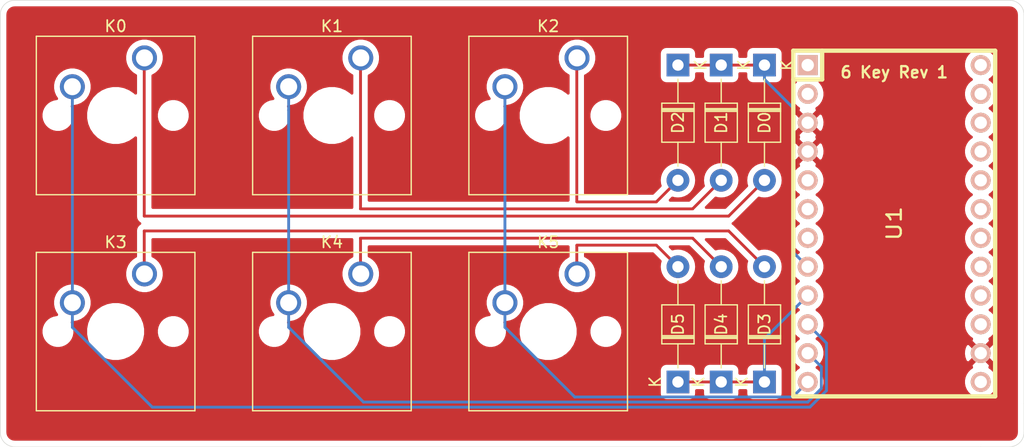
<source format=kicad_pcb>
(kicad_pcb (version 20171130) (host pcbnew "(5.1.4)-1")

  (general
    (thickness 1.6)
    (drawings 11)
    (tracks 51)
    (zones 0)
    (modules 13)
    (nets 29)
  )

  (page A4)
  (layers
    (0 F.Cu signal)
    (31 B.Cu signal)
    (32 B.Adhes user)
    (33 F.Adhes user)
    (34 B.Paste user)
    (35 F.Paste user)
    (36 B.SilkS user)
    (37 F.SilkS user)
    (38 B.Mask user)
    (39 F.Mask user)
    (40 Dwgs.User user)
    (41 Cmts.User user)
    (42 Eco1.User user)
    (43 Eco2.User user)
    (44 Edge.Cuts user)
    (45 Margin user)
    (46 B.CrtYd user)
    (47 F.CrtYd user)
    (48 B.Fab user)
    (49 F.Fab user)
  )

  (setup
    (last_trace_width 0.25)
    (trace_clearance 0.2)
    (zone_clearance 0.508)
    (zone_45_only no)
    (trace_min 0.2)
    (via_size 0.8)
    (via_drill 0.4)
    (via_min_size 0.4)
    (via_min_drill 0.3)
    (uvia_size 0.3)
    (uvia_drill 0.1)
    (uvias_allowed no)
    (uvia_min_size 0.2)
    (uvia_min_drill 0.1)
    (edge_width 0.05)
    (segment_width 0.2)
    (pcb_text_width 0.3)
    (pcb_text_size 1.5 1.5)
    (mod_edge_width 0.12)
    (mod_text_size 1 1)
    (mod_text_width 0.15)
    (pad_size 2.2 2.2)
    (pad_drill 1.5)
    (pad_to_mask_clearance 0.051)
    (solder_mask_min_width 0.25)
    (aux_axis_origin 0 0)
    (visible_elements FFFDFFBF)
    (pcbplotparams
      (layerselection 0x010f0_ffffffff)
      (usegerberextensions false)
      (usegerberattributes false)
      (usegerberadvancedattributes false)
      (creategerberjobfile false)
      (excludeedgelayer true)
      (linewidth 0.100000)
      (plotframeref false)
      (viasonmask false)
      (mode 1)
      (useauxorigin false)
      (hpglpennumber 1)
      (hpglpenspeed 20)
      (hpglpendiameter 15.000000)
      (psnegative false)
      (psa4output false)
      (plotreference true)
      (plotvalue true)
      (plotinvisibletext false)
      (padsonsilk false)
      (subtractmaskfromsilk false)
      (outputformat 1)
      (mirror false)
      (drillshape 0)
      (scaleselection 1)
      (outputdirectory ""))
  )

  (net 0 "")
  (net 1 row0)
  (net 2 "Net-(D0-Pad2)")
  (net 3 "Net-(D1-Pad2)")
  (net 4 "Net-(D2-Pad2)")
  (net 5 row1)
  (net 6 "Net-(D3-Pad2)")
  (net 7 "Net-(D4-Pad2)")
  (net 8 "Net-(D5-Pad2)")
  (net 9 col0)
  (net 10 col1)
  (net 11 col2)
  (net 12 "Net-(U1-Pad1)")
  (net 13 "Net-(U1-Pad2)")
  (net 14 "Net-(U1-Pad5)")
  (net 15 "Net-(U1-Pad6)")
  (net 16 "Net-(U1-Pad7)")
  (net 17 "Net-(U1-Pad24)")
  (net 18 "Net-(U1-Pad22)")
  (net 19 "Net-(U1-Pad21)")
  (net 20 "Net-(U1-Pad20)")
  (net 21 "Net-(U1-Pad19)")
  (net 22 "Net-(U1-Pad18)")
  (net 23 "Net-(U1-Pad17)")
  (net 24 "Net-(U1-Pad16)")
  (net 25 "Net-(U1-Pad15)")
  (net 26 "Net-(U1-Pad14)")
  (net 27 "Net-(U1-Pad13)")
  (net 28 GND)

  (net_class Default "This is the default net class."
    (clearance 0.2)
    (trace_width 0.25)
    (via_dia 0.8)
    (via_drill 0.4)
    (uvia_dia 0.3)
    (uvia_drill 0.1)
    (add_net GND)
    (add_net "Net-(D0-Pad2)")
    (add_net "Net-(D1-Pad2)")
    (add_net "Net-(D2-Pad2)")
    (add_net "Net-(D3-Pad2)")
    (add_net "Net-(D4-Pad2)")
    (add_net "Net-(D5-Pad2)")
    (add_net "Net-(U1-Pad1)")
    (add_net "Net-(U1-Pad13)")
    (add_net "Net-(U1-Pad14)")
    (add_net "Net-(U1-Pad15)")
    (add_net "Net-(U1-Pad16)")
    (add_net "Net-(U1-Pad17)")
    (add_net "Net-(U1-Pad18)")
    (add_net "Net-(U1-Pad19)")
    (add_net "Net-(U1-Pad2)")
    (add_net "Net-(U1-Pad20)")
    (add_net "Net-(U1-Pad21)")
    (add_net "Net-(U1-Pad22)")
    (add_net "Net-(U1-Pad24)")
    (add_net "Net-(U1-Pad5)")
    (add_net "Net-(U1-Pad6)")
    (add_net "Net-(U1-Pad7)")
    (add_net col0)
    (add_net col1)
    (add_net col2)
    (add_net row0)
    (add_net row1)
  )

  (module Button_Switch_Keyboard:SW_Cherry_MX_1.00u_PCB (layer F.Cu) (tedit 5A02FE24) (tstamp 5D63B7ED)
    (at 86.36 85.09)
    (descr "Cherry MX keyswitch, 1.00u, PCB mount, http://cherryamericas.com/wp-content/uploads/2014/12/mx_cat.pdf")
    (tags "Cherry MX keyswitch 1.00u PCB")
    (path /5D63247A)
    (fp_text reference K5 (at -2.54 -2.794) (layer F.SilkS)
      (effects (font (size 1 1) (thickness 0.15)))
    )
    (fp_text value KEYSW (at -2.54 12.954) (layer F.Fab)
      (effects (font (size 1 1) (thickness 0.15)))
    )
    (fp_line (start -9.525 12.065) (end -9.525 -1.905) (layer F.SilkS) (width 0.12))
    (fp_line (start 4.445 12.065) (end -9.525 12.065) (layer F.SilkS) (width 0.12))
    (fp_line (start 4.445 -1.905) (end 4.445 12.065) (layer F.SilkS) (width 0.12))
    (fp_line (start -9.525 -1.905) (end 4.445 -1.905) (layer F.SilkS) (width 0.12))
    (fp_line (start -12.065 14.605) (end -12.065 -4.445) (layer Dwgs.User) (width 0.15))
    (fp_line (start 6.985 14.605) (end -12.065 14.605) (layer Dwgs.User) (width 0.15))
    (fp_line (start 6.985 -4.445) (end 6.985 14.605) (layer Dwgs.User) (width 0.15))
    (fp_line (start -12.065 -4.445) (end 6.985 -4.445) (layer Dwgs.User) (width 0.15))
    (fp_line (start -9.14 -1.52) (end 4.06 -1.52) (layer F.CrtYd) (width 0.05))
    (fp_line (start 4.06 -1.52) (end 4.06 11.68) (layer F.CrtYd) (width 0.05))
    (fp_line (start 4.06 11.68) (end -9.14 11.68) (layer F.CrtYd) (width 0.05))
    (fp_line (start -9.14 11.68) (end -9.14 -1.52) (layer F.CrtYd) (width 0.05))
    (fp_line (start -8.89 11.43) (end -8.89 -1.27) (layer F.Fab) (width 0.1))
    (fp_line (start 3.81 11.43) (end -8.89 11.43) (layer F.Fab) (width 0.1))
    (fp_line (start 3.81 -1.27) (end 3.81 11.43) (layer F.Fab) (width 0.1))
    (fp_line (start -8.89 -1.27) (end 3.81 -1.27) (layer F.Fab) (width 0.1))
    (fp_text user %R (at -2.54 -2.794) (layer F.Fab)
      (effects (font (size 1 1) (thickness 0.15)))
    )
    (pad "" np_thru_hole circle (at 2.54 5.08) (size 1.7 1.7) (drill 1.7) (layers *.Cu *.Mask))
    (pad "" np_thru_hole circle (at -7.62 5.08) (size 1.7 1.7) (drill 1.7) (layers *.Cu *.Mask))
    (pad "" np_thru_hole circle (at -2.54 5.08) (size 4 4) (drill 4) (layers *.Cu *.Mask))
    (pad 2 thru_hole circle (at -6.35 2.54) (size 2.2 2.2) (drill 1.5) (layers *.Cu *.Mask)
      (net 11 col2))
    (pad 1 thru_hole circle (at 0 0) (size 2.2 2.2) (drill 1.5) (layers *.Cu *.Mask)
      (net 8 "Net-(D5-Pad2)"))
    (model ${KISYS3DMOD}/Button_Switch_Keyboard.3dshapes/SW_Cherry_MX_1.00u_PCB.wrl
      (at (xyz 0 0 0))
      (scale (xyz 1 1 1))
      (rotate (xyz 0 0 0))
    )
  )

  (module Button_Switch_Keyboard:SW_Cherry_MX_1.00u_PCB (layer F.Cu) (tedit 5A02FE24) (tstamp 5D63B7C9)
    (at 67.31 85.09)
    (descr "Cherry MX keyswitch, 1.00u, PCB mount, http://cherryamericas.com/wp-content/uploads/2014/12/mx_cat.pdf")
    (tags "Cherry MX keyswitch 1.00u PCB")
    (path /5D62BF68)
    (fp_text reference K4 (at -2.54 -2.794) (layer F.SilkS)
      (effects (font (size 1 1) (thickness 0.15)))
    )
    (fp_text value KEYSW (at -2.54 12.954) (layer F.Fab)
      (effects (font (size 1 1) (thickness 0.15)))
    )
    (fp_line (start -9.525 12.065) (end -9.525 -1.905) (layer F.SilkS) (width 0.12))
    (fp_line (start 4.445 12.065) (end -9.525 12.065) (layer F.SilkS) (width 0.12))
    (fp_line (start 4.445 -1.905) (end 4.445 12.065) (layer F.SilkS) (width 0.12))
    (fp_line (start -9.525 -1.905) (end 4.445 -1.905) (layer F.SilkS) (width 0.12))
    (fp_line (start -12.065 14.605) (end -12.065 -4.445) (layer Dwgs.User) (width 0.15))
    (fp_line (start 6.985 14.605) (end -12.065 14.605) (layer Dwgs.User) (width 0.15))
    (fp_line (start 6.985 -4.445) (end 6.985 14.605) (layer Dwgs.User) (width 0.15))
    (fp_line (start -12.065 -4.445) (end 6.985 -4.445) (layer Dwgs.User) (width 0.15))
    (fp_line (start -9.14 -1.52) (end 4.06 -1.52) (layer F.CrtYd) (width 0.05))
    (fp_line (start 4.06 -1.52) (end 4.06 11.68) (layer F.CrtYd) (width 0.05))
    (fp_line (start 4.06 11.68) (end -9.14 11.68) (layer F.CrtYd) (width 0.05))
    (fp_line (start -9.14 11.68) (end -9.14 -1.52) (layer F.CrtYd) (width 0.05))
    (fp_line (start -8.89 11.43) (end -8.89 -1.27) (layer F.Fab) (width 0.1))
    (fp_line (start 3.81 11.43) (end -8.89 11.43) (layer F.Fab) (width 0.1))
    (fp_line (start 3.81 -1.27) (end 3.81 11.43) (layer F.Fab) (width 0.1))
    (fp_line (start -8.89 -1.27) (end 3.81 -1.27) (layer F.Fab) (width 0.1))
    (fp_text user %R (at -2.54 -2.794) (layer F.Fab)
      (effects (font (size 1 1) (thickness 0.15)))
    )
    (pad "" np_thru_hole circle (at 2.54 5.08) (size 1.7 1.7) (drill 1.7) (layers *.Cu *.Mask))
    (pad "" np_thru_hole circle (at -7.62 5.08) (size 1.7 1.7) (drill 1.7) (layers *.Cu *.Mask))
    (pad "" np_thru_hole circle (at -2.54 5.08) (size 4 4) (drill 4) (layers *.Cu *.Mask))
    (pad 2 thru_hole circle (at -6.35 2.54) (size 2.2 2.2) (drill 1.5) (layers *.Cu *.Mask)
      (net 10 col1))
    (pad 1 thru_hole circle (at 0 0) (size 2.2 2.2) (drill 1.5) (layers *.Cu *.Mask)
      (net 7 "Net-(D4-Pad2)"))
    (model ${KISYS3DMOD}/Button_Switch_Keyboard.3dshapes/SW_Cherry_MX_1.00u_PCB.wrl
      (at (xyz 0 0 0))
      (scale (xyz 1 1 1))
      (rotate (xyz 0 0 0))
    )
  )

  (module Button_Switch_Keyboard:SW_Cherry_MX_1.00u_PCB (layer F.Cu) (tedit 5A02FE24) (tstamp 5D63B7A5)
    (at 48.26 85.09)
    (descr "Cherry MX keyswitch, 1.00u, PCB mount, http://cherryamericas.com/wp-content/uploads/2014/12/mx_cat.pdf")
    (tags "Cherry MX keyswitch 1.00u PCB")
    (path /5D63186C)
    (fp_text reference K3 (at -2.54 -2.794) (layer F.SilkS)
      (effects (font (size 1 1) (thickness 0.15)))
    )
    (fp_text value KEYSW (at -2.54 12.954) (layer F.Fab)
      (effects (font (size 1 1) (thickness 0.15)))
    )
    (fp_line (start -9.525 12.065) (end -9.525 -1.905) (layer F.SilkS) (width 0.12))
    (fp_line (start 4.445 12.065) (end -9.525 12.065) (layer F.SilkS) (width 0.12))
    (fp_line (start 4.445 -1.905) (end 4.445 12.065) (layer F.SilkS) (width 0.12))
    (fp_line (start -9.525 -1.905) (end 4.445 -1.905) (layer F.SilkS) (width 0.12))
    (fp_line (start -12.065 14.605) (end -12.065 -4.445) (layer Dwgs.User) (width 0.15))
    (fp_line (start 6.985 14.605) (end -12.065 14.605) (layer Dwgs.User) (width 0.15))
    (fp_line (start 6.985 -4.445) (end 6.985 14.605) (layer Dwgs.User) (width 0.15))
    (fp_line (start -12.065 -4.445) (end 6.985 -4.445) (layer Dwgs.User) (width 0.15))
    (fp_line (start -9.14 -1.52) (end 4.06 -1.52) (layer F.CrtYd) (width 0.05))
    (fp_line (start 4.06 -1.52) (end 4.06 11.68) (layer F.CrtYd) (width 0.05))
    (fp_line (start 4.06 11.68) (end -9.14 11.68) (layer F.CrtYd) (width 0.05))
    (fp_line (start -9.14 11.68) (end -9.14 -1.52) (layer F.CrtYd) (width 0.05))
    (fp_line (start -8.89 11.43) (end -8.89 -1.27) (layer F.Fab) (width 0.1))
    (fp_line (start 3.81 11.43) (end -8.89 11.43) (layer F.Fab) (width 0.1))
    (fp_line (start 3.81 -1.27) (end 3.81 11.43) (layer F.Fab) (width 0.1))
    (fp_line (start -8.89 -1.27) (end 3.81 -1.27) (layer F.Fab) (width 0.1))
    (fp_text user %R (at -2.54 -2.794) (layer F.Fab)
      (effects (font (size 1 1) (thickness 0.15)))
    )
    (pad "" np_thru_hole circle (at 2.54 5.08) (size 1.7 1.7) (drill 1.7) (layers *.Cu *.Mask))
    (pad "" np_thru_hole circle (at -7.62 5.08) (size 1.7 1.7) (drill 1.7) (layers *.Cu *.Mask))
    (pad "" np_thru_hole circle (at -2.54 5.08) (size 4 4) (drill 4) (layers *.Cu *.Mask))
    (pad 2 thru_hole circle (at -6.35 2.54) (size 2.2 2.2) (drill 1.5) (layers *.Cu *.Mask)
      (net 9 col0))
    (pad 1 thru_hole circle (at 0 0) (size 2.2 2.2) (drill 1.5) (layers *.Cu *.Mask)
      (net 6 "Net-(D3-Pad2)"))
    (model ${KISYS3DMOD}/Button_Switch_Keyboard.3dshapes/SW_Cherry_MX_1.00u_PCB.wrl
      (at (xyz 0 0 0))
      (scale (xyz 1 1 1))
      (rotate (xyz 0 0 0))
    )
  )

  (module Button_Switch_Keyboard:SW_Cherry_MX_1.00u_PCB (layer F.Cu) (tedit 5A02FE24) (tstamp 5D63B781)
    (at 86.36 66.04)
    (descr "Cherry MX keyswitch, 1.00u, PCB mount, http://cherryamericas.com/wp-content/uploads/2014/12/mx_cat.pdf")
    (tags "Cherry MX keyswitch 1.00u PCB")
    (path /5D62FBB0)
    (fp_text reference K2 (at -2.54 -2.794) (layer F.SilkS)
      (effects (font (size 1 1) (thickness 0.15)))
    )
    (fp_text value KEYSW (at -2.54 12.954) (layer F.Fab)
      (effects (font (size 1 1) (thickness 0.15)))
    )
    (fp_line (start -9.525 12.065) (end -9.525 -1.905) (layer F.SilkS) (width 0.12))
    (fp_line (start 4.445 12.065) (end -9.525 12.065) (layer F.SilkS) (width 0.12))
    (fp_line (start 4.445 -1.905) (end 4.445 12.065) (layer F.SilkS) (width 0.12))
    (fp_line (start -9.525 -1.905) (end 4.445 -1.905) (layer F.SilkS) (width 0.12))
    (fp_line (start -12.065 14.605) (end -12.065 -4.445) (layer Dwgs.User) (width 0.15))
    (fp_line (start 6.985 14.605) (end -12.065 14.605) (layer Dwgs.User) (width 0.15))
    (fp_line (start 6.985 -4.445) (end 6.985 14.605) (layer Dwgs.User) (width 0.15))
    (fp_line (start -12.065 -4.445) (end 6.985 -4.445) (layer Dwgs.User) (width 0.15))
    (fp_line (start -9.14 -1.52) (end 4.06 -1.52) (layer F.CrtYd) (width 0.05))
    (fp_line (start 4.06 -1.52) (end 4.06 11.68) (layer F.CrtYd) (width 0.05))
    (fp_line (start 4.06 11.68) (end -9.14 11.68) (layer F.CrtYd) (width 0.05))
    (fp_line (start -9.14 11.68) (end -9.14 -1.52) (layer F.CrtYd) (width 0.05))
    (fp_line (start -8.89 11.43) (end -8.89 -1.27) (layer F.Fab) (width 0.1))
    (fp_line (start 3.81 11.43) (end -8.89 11.43) (layer F.Fab) (width 0.1))
    (fp_line (start 3.81 -1.27) (end 3.81 11.43) (layer F.Fab) (width 0.1))
    (fp_line (start -8.89 -1.27) (end 3.81 -1.27) (layer F.Fab) (width 0.1))
    (fp_text user %R (at -2.54 -2.794) (layer F.Fab)
      (effects (font (size 1 1) (thickness 0.15)))
    )
    (pad "" np_thru_hole circle (at 2.54 5.08) (size 1.7 1.7) (drill 1.7) (layers *.Cu *.Mask))
    (pad "" np_thru_hole circle (at -7.62 5.08) (size 1.7 1.7) (drill 1.7) (layers *.Cu *.Mask))
    (pad "" np_thru_hole circle (at -2.54 5.08) (size 4 4) (drill 4) (layers *.Cu *.Mask))
    (pad 2 thru_hole circle (at -6.35 2.54) (size 2.2 2.2) (drill 1.5) (layers *.Cu *.Mask)
      (net 11 col2))
    (pad 1 thru_hole circle (at 0 0) (size 2.2 2.2) (drill 1.5) (layers *.Cu *.Mask)
      (net 4 "Net-(D2-Pad2)"))
    (model ${KISYS3DMOD}/Button_Switch_Keyboard.3dshapes/SW_Cherry_MX_1.00u_PCB.wrl
      (at (xyz 0 0 0))
      (scale (xyz 1 1 1))
      (rotate (xyz 0 0 0))
    )
  )

  (module Button_Switch_Keyboard:SW_Cherry_MX_1.00u_PCB (layer F.Cu) (tedit 5A02FE24) (tstamp 5D63B75D)
    (at 67.31 66.04)
    (descr "Cherry MX keyswitch, 1.00u, PCB mount, http://cherryamericas.com/wp-content/uploads/2014/12/mx_cat.pdf")
    (tags "Cherry MX keyswitch 1.00u PCB")
    (path /5D62E809)
    (fp_text reference K1 (at -2.54 -2.794) (layer F.SilkS)
      (effects (font (size 1 1) (thickness 0.15)))
    )
    (fp_text value KEYSW (at -2.54 12.954) (layer F.Fab)
      (effects (font (size 1 1) (thickness 0.15)))
    )
    (fp_line (start -9.525 12.065) (end -9.525 -1.905) (layer F.SilkS) (width 0.12))
    (fp_line (start 4.445 12.065) (end -9.525 12.065) (layer F.SilkS) (width 0.12))
    (fp_line (start 4.445 -1.905) (end 4.445 12.065) (layer F.SilkS) (width 0.12))
    (fp_line (start -9.525 -1.905) (end 4.445 -1.905) (layer F.SilkS) (width 0.12))
    (fp_line (start -12.065 14.605) (end -12.065 -4.445) (layer Dwgs.User) (width 0.15))
    (fp_line (start 6.985 14.605) (end -12.065 14.605) (layer Dwgs.User) (width 0.15))
    (fp_line (start 6.985 -4.445) (end 6.985 14.605) (layer Dwgs.User) (width 0.15))
    (fp_line (start -12.065 -4.445) (end 6.985 -4.445) (layer Dwgs.User) (width 0.15))
    (fp_line (start -9.14 -1.52) (end 4.06 -1.52) (layer F.CrtYd) (width 0.05))
    (fp_line (start 4.06 -1.52) (end 4.06 11.68) (layer F.CrtYd) (width 0.05))
    (fp_line (start 4.06 11.68) (end -9.14 11.68) (layer F.CrtYd) (width 0.05))
    (fp_line (start -9.14 11.68) (end -9.14 -1.52) (layer F.CrtYd) (width 0.05))
    (fp_line (start -8.89 11.43) (end -8.89 -1.27) (layer F.Fab) (width 0.1))
    (fp_line (start 3.81 11.43) (end -8.89 11.43) (layer F.Fab) (width 0.1))
    (fp_line (start 3.81 -1.27) (end 3.81 11.43) (layer F.Fab) (width 0.1))
    (fp_line (start -8.89 -1.27) (end 3.81 -1.27) (layer F.Fab) (width 0.1))
    (fp_text user %R (at -2.54 -2.794) (layer F.Fab)
      (effects (font (size 1 1) (thickness 0.15)))
    )
    (pad "" np_thru_hole circle (at 2.54 5.08) (size 1.7 1.7) (drill 1.7) (layers *.Cu *.Mask))
    (pad "" np_thru_hole circle (at -7.62 5.08) (size 1.7 1.7) (drill 1.7) (layers *.Cu *.Mask))
    (pad "" np_thru_hole circle (at -2.54 5.08) (size 4 4) (drill 4) (layers *.Cu *.Mask))
    (pad 2 thru_hole circle (at -6.35 2.54) (size 2.2 2.2) (drill 1.5) (layers *.Cu *.Mask)
      (net 10 col1))
    (pad 1 thru_hole circle (at 0 0) (size 2.2 2.2) (drill 1.5) (layers *.Cu *.Mask)
      (net 3 "Net-(D1-Pad2)"))
    (model ${KISYS3DMOD}/Button_Switch_Keyboard.3dshapes/SW_Cherry_MX_1.00u_PCB.wrl
      (at (xyz 0 0 0))
      (scale (xyz 1 1 1))
      (rotate (xyz 0 0 0))
    )
  )

  (module Button_Switch_Keyboard:SW_Cherry_MX_1.00u_PCB (layer F.Cu) (tedit 5A02FE24) (tstamp 5D63B739)
    (at 48.26 66.04)
    (descr "Cherry MX keyswitch, 1.00u, PCB mount, http://cherryamericas.com/wp-content/uploads/2014/12/mx_cat.pdf")
    (tags "Cherry MX keyswitch 1.00u PCB")
    (path /5D62CEBB)
    (fp_text reference K0 (at -2.54 -2.794) (layer F.SilkS)
      (effects (font (size 1 1) (thickness 0.15)))
    )
    (fp_text value KEYSW (at -2.54 12.954) (layer F.Fab)
      (effects (font (size 1 1) (thickness 0.15)))
    )
    (fp_line (start -9.525 12.065) (end -9.525 -1.905) (layer F.SilkS) (width 0.12))
    (fp_line (start 4.445 12.065) (end -9.525 12.065) (layer F.SilkS) (width 0.12))
    (fp_line (start 4.445 -1.905) (end 4.445 12.065) (layer F.SilkS) (width 0.12))
    (fp_line (start -9.525 -1.905) (end 4.445 -1.905) (layer F.SilkS) (width 0.12))
    (fp_line (start -12.065 14.605) (end -12.065 -4.445) (layer Dwgs.User) (width 0.15))
    (fp_line (start 6.985 14.605) (end -12.065 14.605) (layer Dwgs.User) (width 0.15))
    (fp_line (start 6.985 -4.445) (end 6.985 14.605) (layer Dwgs.User) (width 0.15))
    (fp_line (start -12.065 -4.445) (end 6.985 -4.445) (layer Dwgs.User) (width 0.15))
    (fp_line (start -9.14 -1.52) (end 4.06 -1.52) (layer F.CrtYd) (width 0.05))
    (fp_line (start 4.06 -1.52) (end 4.06 11.68) (layer F.CrtYd) (width 0.05))
    (fp_line (start 4.06 11.68) (end -9.14 11.68) (layer F.CrtYd) (width 0.05))
    (fp_line (start -9.14 11.68) (end -9.14 -1.52) (layer F.CrtYd) (width 0.05))
    (fp_line (start -8.89 11.43) (end -8.89 -1.27) (layer F.Fab) (width 0.1))
    (fp_line (start 3.81 11.43) (end -8.89 11.43) (layer F.Fab) (width 0.1))
    (fp_line (start 3.81 -1.27) (end 3.81 11.43) (layer F.Fab) (width 0.1))
    (fp_line (start -8.89 -1.27) (end 3.81 -1.27) (layer F.Fab) (width 0.1))
    (fp_text user %R (at -2.54 -2.794) (layer F.Fab)
      (effects (font (size 1 1) (thickness 0.15)))
    )
    (pad "" np_thru_hole circle (at 2.54 5.08) (size 1.7 1.7) (drill 1.7) (layers *.Cu *.Mask))
    (pad "" np_thru_hole circle (at -7.62 5.08) (size 1.7 1.7) (drill 1.7) (layers *.Cu *.Mask))
    (pad "" np_thru_hole circle (at -2.54 5.08) (size 4 4) (drill 4) (layers *.Cu *.Mask))
    (pad 2 thru_hole circle (at -6.35 2.54) (size 2.2 2.2) (drill 1.5) (layers *.Cu *.Mask)
      (net 9 col0))
    (pad 1 thru_hole circle (at 0 0) (size 2.2 2.2) (drill 1.5) (layers *.Cu *.Mask)
      (net 2 "Net-(D0-Pad2)"))
    (model ${KISYS3DMOD}/Button_Switch_Keyboard.3dshapes/SW_Cherry_MX_1.00u_PCB.wrl
      (at (xyz 0 0 0))
      (scale (xyz 1 1 1))
      (rotate (xyz 0 0 0))
    )
  )

  (module Diode_THT:D_T-1_P10.16mm_Horizontal (layer F.Cu) (tedit 5AE50CD5) (tstamp 5D634FB2)
    (at 102.87 66.675 270)
    (descr "Diode, T-1 series, Axial, Horizontal, pin pitch=10.16mm, , length*diameter=3.2*2.6mm^2, , http://www.diodes.com/_files/packages/T-1.pdf")
    (tags "Diode T-1 series Axial Horizontal pin pitch 10.16mm  length 3.2mm diameter 2.6mm")
    (path /5D68D627)
    (fp_text reference D0 (at 5.08 0 90) (layer F.SilkS)
      (effects (font (size 1 1) (thickness 0.15)))
    )
    (fp_text value D (at 5.08 2.42 90) (layer F.Fab)
      (effects (font (size 1 1) (thickness 0.15)))
    )
    (fp_line (start 3.48 -1.3) (end 3.48 1.3) (layer F.Fab) (width 0.1))
    (fp_line (start 3.48 1.3) (end 6.68 1.3) (layer F.Fab) (width 0.1))
    (fp_line (start 6.68 1.3) (end 6.68 -1.3) (layer F.Fab) (width 0.1))
    (fp_line (start 6.68 -1.3) (end 3.48 -1.3) (layer F.Fab) (width 0.1))
    (fp_line (start 0 0) (end 3.48 0) (layer F.Fab) (width 0.1))
    (fp_line (start 10.16 0) (end 6.68 0) (layer F.Fab) (width 0.1))
    (fp_line (start 3.96 -1.3) (end 3.96 1.3) (layer F.Fab) (width 0.1))
    (fp_line (start 4.06 -1.3) (end 4.06 1.3) (layer F.Fab) (width 0.1))
    (fp_line (start 3.86 -1.3) (end 3.86 1.3) (layer F.Fab) (width 0.1))
    (fp_line (start 3.36 -1.42) (end 3.36 1.42) (layer F.SilkS) (width 0.12))
    (fp_line (start 3.36 1.42) (end 6.8 1.42) (layer F.SilkS) (width 0.12))
    (fp_line (start 6.8 1.42) (end 6.8 -1.42) (layer F.SilkS) (width 0.12))
    (fp_line (start 6.8 -1.42) (end 3.36 -1.42) (layer F.SilkS) (width 0.12))
    (fp_line (start 1.24 0) (end 3.36 0) (layer F.SilkS) (width 0.12))
    (fp_line (start 8.92 0) (end 6.8 0) (layer F.SilkS) (width 0.12))
    (fp_line (start 3.96 -1.42) (end 3.96 1.42) (layer F.SilkS) (width 0.12))
    (fp_line (start 4.08 -1.42) (end 4.08 1.42) (layer F.SilkS) (width 0.12))
    (fp_line (start 3.84 -1.42) (end 3.84 1.42) (layer F.SilkS) (width 0.12))
    (fp_line (start -1.25 -1.55) (end -1.25 1.55) (layer F.CrtYd) (width 0.05))
    (fp_line (start -1.25 1.55) (end 11.41 1.55) (layer F.CrtYd) (width 0.05))
    (fp_line (start 11.41 1.55) (end 11.41 -1.55) (layer F.CrtYd) (width 0.05))
    (fp_line (start 11.41 -1.55) (end -1.25 -1.55) (layer F.CrtYd) (width 0.05))
    (fp_text user %R (at 5.32 0 90) (layer F.Fab)
      (effects (font (size 0.64 0.64) (thickness 0.096)))
    )
    (fp_text user K (at 0 -2 90) (layer F.Fab)
      (effects (font (size 1 1) (thickness 0.15)))
    )
    (fp_text user K (at 0 -2 90) (layer F.SilkS)
      (effects (font (size 1 1) (thickness 0.15)))
    )
    (pad 1 thru_hole rect (at 0 0 270) (size 2 2) (drill 1) (layers *.Cu *.Mask)
      (net 1 row0))
    (pad 2 thru_hole oval (at 10.16 0 270) (size 2 2) (drill 1) (layers *.Cu *.Mask)
      (net 2 "Net-(D0-Pad2)"))
    (model ${KISYS3DMOD}/Diode_THT.3dshapes/D_T-1_P10.16mm_Horizontal.wrl
      (at (xyz 0 0 0))
      (scale (xyz 1 1 1))
      (rotate (xyz 0 0 0))
    )
  )

  (module Diode_THT:D_T-1_P10.16mm_Horizontal (layer F.Cu) (tedit 5AE50CD5) (tstamp 5D637377)
    (at 99.06 66.675 270)
    (descr "Diode, T-1 series, Axial, Horizontal, pin pitch=10.16mm, , length*diameter=3.2*2.6mm^2, , http://www.diodes.com/_files/packages/T-1.pdf")
    (tags "Diode T-1 series Axial Horizontal pin pitch 10.16mm  length 3.2mm diameter 2.6mm")
    (path /5D690906)
    (fp_text reference D1 (at 5.08 0 90) (layer F.SilkS)
      (effects (font (size 1 1) (thickness 0.15)))
    )
    (fp_text value D (at 5.08 2.42 90) (layer F.Fab)
      (effects (font (size 1 1) (thickness 0.15)))
    )
    (fp_text user K (at 0 -2 90) (layer F.SilkS)
      (effects (font (size 1 1) (thickness 0.15)))
    )
    (fp_text user K (at 0 -2 90) (layer F.Fab)
      (effects (font (size 1 1) (thickness 0.15)))
    )
    (fp_text user %R (at 5.32 0 270) (layer F.Fab)
      (effects (font (size 0.64 0.64) (thickness 0.096)))
    )
    (fp_line (start 11.41 -1.55) (end -1.25 -1.55) (layer F.CrtYd) (width 0.05))
    (fp_line (start 11.41 1.55) (end 11.41 -1.55) (layer F.CrtYd) (width 0.05))
    (fp_line (start -1.25 1.55) (end 11.41 1.55) (layer F.CrtYd) (width 0.05))
    (fp_line (start -1.25 -1.55) (end -1.25 1.55) (layer F.CrtYd) (width 0.05))
    (fp_line (start 3.84 -1.42) (end 3.84 1.42) (layer F.SilkS) (width 0.12))
    (fp_line (start 4.08 -1.42) (end 4.08 1.42) (layer F.SilkS) (width 0.12))
    (fp_line (start 3.96 -1.42) (end 3.96 1.42) (layer F.SilkS) (width 0.12))
    (fp_line (start 8.92 0) (end 6.8 0) (layer F.SilkS) (width 0.12))
    (fp_line (start 1.24 0) (end 3.36 0) (layer F.SilkS) (width 0.12))
    (fp_line (start 6.8 -1.42) (end 3.36 -1.42) (layer F.SilkS) (width 0.12))
    (fp_line (start 6.8 1.42) (end 6.8 -1.42) (layer F.SilkS) (width 0.12))
    (fp_line (start 3.36 1.42) (end 6.8 1.42) (layer F.SilkS) (width 0.12))
    (fp_line (start 3.36 -1.42) (end 3.36 1.42) (layer F.SilkS) (width 0.12))
    (fp_line (start 3.86 -1.3) (end 3.86 1.3) (layer F.Fab) (width 0.1))
    (fp_line (start 4.06 -1.3) (end 4.06 1.3) (layer F.Fab) (width 0.1))
    (fp_line (start 3.96 -1.3) (end 3.96 1.3) (layer F.Fab) (width 0.1))
    (fp_line (start 10.16 0) (end 6.68 0) (layer F.Fab) (width 0.1))
    (fp_line (start 0 0) (end 3.48 0) (layer F.Fab) (width 0.1))
    (fp_line (start 6.68 -1.3) (end 3.48 -1.3) (layer F.Fab) (width 0.1))
    (fp_line (start 6.68 1.3) (end 6.68 -1.3) (layer F.Fab) (width 0.1))
    (fp_line (start 3.48 1.3) (end 6.68 1.3) (layer F.Fab) (width 0.1))
    (fp_line (start 3.48 -1.3) (end 3.48 1.3) (layer F.Fab) (width 0.1))
    (pad 2 thru_hole oval (at 10.16 0 270) (size 2 2) (drill 1) (layers *.Cu *.Mask)
      (net 3 "Net-(D1-Pad2)"))
    (pad 1 thru_hole rect (at 0 0 270) (size 2 2) (drill 1) (layers *.Cu *.Mask)
      (net 1 row0))
    (model ${KISYS3DMOD}/Diode_THT.3dshapes/D_T-1_P10.16mm_Horizontal.wrl
      (at (xyz 0 0 0))
      (scale (xyz 1 1 1))
      (rotate (xyz 0 0 0))
    )
  )

  (module Diode_THT:D_T-1_P10.16mm_Horizontal (layer F.Cu) (tedit 5AE50CD5) (tstamp 5D634FF0)
    (at 95.25 66.675 270)
    (descr "Diode, T-1 series, Axial, Horizontal, pin pitch=10.16mm, , length*diameter=3.2*2.6mm^2, , http://www.diodes.com/_files/packages/T-1.pdf")
    (tags "Diode T-1 series Axial Horizontal pin pitch 10.16mm  length 3.2mm diameter 2.6mm")
    (path /5D6920B8)
    (fp_text reference D2 (at 5.08 0 90) (layer F.SilkS)
      (effects (font (size 1 1) (thickness 0.15)))
    )
    (fp_text value D (at 5.08 2.42 90) (layer F.Fab)
      (effects (font (size 1 1) (thickness 0.15)))
    )
    (fp_line (start 3.48 -1.3) (end 3.48 1.3) (layer F.Fab) (width 0.1))
    (fp_line (start 3.48 1.3) (end 6.68 1.3) (layer F.Fab) (width 0.1))
    (fp_line (start 6.68 1.3) (end 6.68 -1.3) (layer F.Fab) (width 0.1))
    (fp_line (start 6.68 -1.3) (end 3.48 -1.3) (layer F.Fab) (width 0.1))
    (fp_line (start 0 0) (end 3.48 0) (layer F.Fab) (width 0.1))
    (fp_line (start 10.16 0) (end 6.68 0) (layer F.Fab) (width 0.1))
    (fp_line (start 3.96 -1.3) (end 3.96 1.3) (layer F.Fab) (width 0.1))
    (fp_line (start 4.06 -1.3) (end 4.06 1.3) (layer F.Fab) (width 0.1))
    (fp_line (start 3.86 -1.3) (end 3.86 1.3) (layer F.Fab) (width 0.1))
    (fp_line (start 3.36 -1.42) (end 3.36 1.42) (layer F.SilkS) (width 0.12))
    (fp_line (start 3.36 1.42) (end 6.8 1.42) (layer F.SilkS) (width 0.12))
    (fp_line (start 6.8 1.42) (end 6.8 -1.42) (layer F.SilkS) (width 0.12))
    (fp_line (start 6.8 -1.42) (end 3.36 -1.42) (layer F.SilkS) (width 0.12))
    (fp_line (start 1.24 0) (end 3.36 0) (layer F.SilkS) (width 0.12))
    (fp_line (start 8.92 0) (end 6.8 0) (layer F.SilkS) (width 0.12))
    (fp_line (start 3.96 -1.42) (end 3.96 1.42) (layer F.SilkS) (width 0.12))
    (fp_line (start 4.08 -1.42) (end 4.08 1.42) (layer F.SilkS) (width 0.12))
    (fp_line (start 3.84 -1.42) (end 3.84 1.42) (layer F.SilkS) (width 0.12))
    (fp_line (start -1.25 -1.55) (end -1.25 1.55) (layer F.CrtYd) (width 0.05))
    (fp_line (start -1.25 1.55) (end 11.41 1.55) (layer F.CrtYd) (width 0.05))
    (fp_line (start 11.41 1.55) (end 11.41 -1.55) (layer F.CrtYd) (width 0.05))
    (fp_line (start 11.41 -1.55) (end -1.25 -1.55) (layer F.CrtYd) (width 0.05))
    (fp_text user %R (at 5.32 0 90) (layer F.Fab)
      (effects (font (size 0.64 0.64) (thickness 0.096)))
    )
    (fp_text user K (at 0 -2 90) (layer F.Fab)
      (effects (font (size 1 1) (thickness 0.15)))
    )
    (fp_text user K (at 0 -2 90) (layer F.SilkS)
      (effects (font (size 1 1) (thickness 0.15)))
    )
    (pad 1 thru_hole rect (at 0 0 270) (size 2 2) (drill 1) (layers *.Cu *.Mask)
      (net 1 row0))
    (pad 2 thru_hole oval (at 10.16 0 270) (size 2 2) (drill 1) (layers *.Cu *.Mask)
      (net 4 "Net-(D2-Pad2)"))
    (model ${KISYS3DMOD}/Diode_THT.3dshapes/D_T-1_P10.16mm_Horizontal.wrl
      (at (xyz 0 0 0))
      (scale (xyz 1 1 1))
      (rotate (xyz 0 0 0))
    )
  )

  (module Diode_THT:D_T-1_P10.16mm_Horizontal (layer F.Cu) (tedit 5AE50CD5) (tstamp 5D63500F)
    (at 102.87 94.615 90)
    (descr "Diode, T-1 series, Axial, Horizontal, pin pitch=10.16mm, , length*diameter=3.2*2.6mm^2, , http://www.diodes.com/_files/packages/T-1.pdf")
    (tags "Diode T-1 series Axial Horizontal pin pitch 10.16mm  length 3.2mm diameter 2.6mm")
    (path /5D68F289)
    (fp_text reference D3 (at 5.08 0 90) (layer F.SilkS)
      (effects (font (size 1 1) (thickness 0.15)))
    )
    (fp_text value D (at 5.08 2.42 90) (layer F.Fab)
      (effects (font (size 1 1) (thickness 0.15)))
    )
    (fp_line (start 3.48 -1.3) (end 3.48 1.3) (layer F.Fab) (width 0.1))
    (fp_line (start 3.48 1.3) (end 6.68 1.3) (layer F.Fab) (width 0.1))
    (fp_line (start 6.68 1.3) (end 6.68 -1.3) (layer F.Fab) (width 0.1))
    (fp_line (start 6.68 -1.3) (end 3.48 -1.3) (layer F.Fab) (width 0.1))
    (fp_line (start 0 0) (end 3.48 0) (layer F.Fab) (width 0.1))
    (fp_line (start 10.16 0) (end 6.68 0) (layer F.Fab) (width 0.1))
    (fp_line (start 3.96 -1.3) (end 3.96 1.3) (layer F.Fab) (width 0.1))
    (fp_line (start 4.06 -1.3) (end 4.06 1.3) (layer F.Fab) (width 0.1))
    (fp_line (start 3.86 -1.3) (end 3.86 1.3) (layer F.Fab) (width 0.1))
    (fp_line (start 3.36 -1.42) (end 3.36 1.42) (layer F.SilkS) (width 0.12))
    (fp_line (start 3.36 1.42) (end 6.8 1.42) (layer F.SilkS) (width 0.12))
    (fp_line (start 6.8 1.42) (end 6.8 -1.42) (layer F.SilkS) (width 0.12))
    (fp_line (start 6.8 -1.42) (end 3.36 -1.42) (layer F.SilkS) (width 0.12))
    (fp_line (start 1.24 0) (end 3.36 0) (layer F.SilkS) (width 0.12))
    (fp_line (start 8.92 0) (end 6.8 0) (layer F.SilkS) (width 0.12))
    (fp_line (start 3.96 -1.42) (end 3.96 1.42) (layer F.SilkS) (width 0.12))
    (fp_line (start 4.08 -1.42) (end 4.08 1.42) (layer F.SilkS) (width 0.12))
    (fp_line (start 3.84 -1.42) (end 3.84 1.42) (layer F.SilkS) (width 0.12))
    (fp_line (start -1.25 -1.55) (end -1.25 1.55) (layer F.CrtYd) (width 0.05))
    (fp_line (start -1.25 1.55) (end 11.41 1.55) (layer F.CrtYd) (width 0.05))
    (fp_line (start 11.41 1.55) (end 11.41 -1.55) (layer F.CrtYd) (width 0.05))
    (fp_line (start 11.41 -1.55) (end -1.25 -1.55) (layer F.CrtYd) (width 0.05))
    (fp_text user %R (at 5.08 0 90) (layer F.Fab)
      (effects (font (size 0.64 0.64) (thickness 0.096)))
    )
    (fp_text user K (at 0 -2 90) (layer F.Fab)
      (effects (font (size 1 1) (thickness 0.15)))
    )
    (fp_text user K (at 0 -2 90) (layer F.SilkS)
      (effects (font (size 1 1) (thickness 0.15)))
    )
    (pad 1 thru_hole rect (at 0 0 90) (size 2 2) (drill 1) (layers *.Cu *.Mask)
      (net 5 row1))
    (pad 2 thru_hole oval (at 10.16 0 90) (size 2 2) (drill 1) (layers *.Cu *.Mask)
      (net 6 "Net-(D3-Pad2)"))
    (model ${KISYS3DMOD}/Diode_THT.3dshapes/D_T-1_P10.16mm_Horizontal.wrl
      (at (xyz 0 0 0))
      (scale (xyz 1 1 1))
      (rotate (xyz 0 0 0))
    )
  )

  (module Diode_THT:D_T-1_P10.16mm_Horizontal (layer F.Cu) (tedit 5AE50CD5) (tstamp 5D63502E)
    (at 99.06 94.615 90)
    (descr "Diode, T-1 series, Axial, Horizontal, pin pitch=10.16mm, , length*diameter=3.2*2.6mm^2, , http://www.diodes.com/_files/packages/T-1.pdf")
    (tags "Diode T-1 series Axial Horizontal pin pitch 10.16mm  length 3.2mm diameter 2.6mm")
    (path /5D68FE51)
    (fp_text reference D4 (at 5.08 0 90) (layer F.SilkS)
      (effects (font (size 1 1) (thickness 0.15)))
    )
    (fp_text value D (at 5.08 2.42 90) (layer F.Fab)
      (effects (font (size 1 1) (thickness 0.15)))
    )
    (fp_text user K (at 0 -2 90) (layer F.SilkS)
      (effects (font (size 1 1) (thickness 0.15)))
    )
    (fp_text user K (at 0 -2 90) (layer F.Fab)
      (effects (font (size 1 1) (thickness 0.15)))
    )
    (fp_text user %R (at 5.32 0 90) (layer F.Fab)
      (effects (font (size 0.64 0.64) (thickness 0.096)))
    )
    (fp_line (start 11.41 -1.55) (end -1.25 -1.55) (layer F.CrtYd) (width 0.05))
    (fp_line (start 11.41 1.55) (end 11.41 -1.55) (layer F.CrtYd) (width 0.05))
    (fp_line (start -1.25 1.55) (end 11.41 1.55) (layer F.CrtYd) (width 0.05))
    (fp_line (start -1.25 -1.55) (end -1.25 1.55) (layer F.CrtYd) (width 0.05))
    (fp_line (start 3.84 -1.42) (end 3.84 1.42) (layer F.SilkS) (width 0.12))
    (fp_line (start 4.08 -1.42) (end 4.08 1.42) (layer F.SilkS) (width 0.12))
    (fp_line (start 3.96 -1.42) (end 3.96 1.42) (layer F.SilkS) (width 0.12))
    (fp_line (start 8.92 0) (end 6.8 0) (layer F.SilkS) (width 0.12))
    (fp_line (start 1.24 0) (end 3.36 0) (layer F.SilkS) (width 0.12))
    (fp_line (start 6.8 -1.42) (end 3.36 -1.42) (layer F.SilkS) (width 0.12))
    (fp_line (start 6.8 1.42) (end 6.8 -1.42) (layer F.SilkS) (width 0.12))
    (fp_line (start 3.36 1.42) (end 6.8 1.42) (layer F.SilkS) (width 0.12))
    (fp_line (start 3.36 -1.42) (end 3.36 1.42) (layer F.SilkS) (width 0.12))
    (fp_line (start 3.86 -1.3) (end 3.86 1.3) (layer F.Fab) (width 0.1))
    (fp_line (start 4.06 -1.3) (end 4.06 1.3) (layer F.Fab) (width 0.1))
    (fp_line (start 3.96 -1.3) (end 3.96 1.3) (layer F.Fab) (width 0.1))
    (fp_line (start 10.16 0) (end 6.68 0) (layer F.Fab) (width 0.1))
    (fp_line (start 0 0) (end 3.48 0) (layer F.Fab) (width 0.1))
    (fp_line (start 6.68 -1.3) (end 3.48 -1.3) (layer F.Fab) (width 0.1))
    (fp_line (start 6.68 1.3) (end 6.68 -1.3) (layer F.Fab) (width 0.1))
    (fp_line (start 3.48 1.3) (end 6.68 1.3) (layer F.Fab) (width 0.1))
    (fp_line (start 3.48 -1.3) (end 3.48 1.3) (layer F.Fab) (width 0.1))
    (pad 2 thru_hole oval (at 10.16 0 90) (size 2 2) (drill 1) (layers *.Cu *.Mask)
      (net 7 "Net-(D4-Pad2)"))
    (pad 1 thru_hole rect (at 0 0 90) (size 2 2) (drill 1) (layers *.Cu *.Mask)
      (net 5 row1))
    (model ${KISYS3DMOD}/Diode_THT.3dshapes/D_T-1_P10.16mm_Horizontal.wrl
      (at (xyz 0 0 0))
      (scale (xyz 1 1 1))
      (rotate (xyz 0 0 0))
    )
  )

  (module Diode_THT:D_T-1_P10.16mm_Horizontal (layer F.Cu) (tedit 5AE50CD5) (tstamp 5D636971)
    (at 95.25 94.615 90)
    (descr "Diode, T-1 series, Axial, Horizontal, pin pitch=10.16mm, , length*diameter=3.2*2.6mm^2, , http://www.diodes.com/_files/packages/T-1.pdf")
    (tags "Diode T-1 series Axial Horizontal pin pitch 10.16mm  length 3.2mm diameter 2.6mm")
    (path /5D692852)
    (fp_text reference D5 (at 5.08 0 90) (layer F.SilkS)
      (effects (font (size 1 1) (thickness 0.15)))
    )
    (fp_text value D (at 5.08 2.42 90) (layer F.Fab)
      (effects (font (size 1 1) (thickness 0.15)))
    )
    (fp_text user K (at 0 -2 90) (layer F.SilkS)
      (effects (font (size 1 1) (thickness 0.15)))
    )
    (fp_text user K (at 0 -2 90) (layer F.Fab)
      (effects (font (size 1 1) (thickness 0.15)))
    )
    (fp_text user %R (at 5.32 0 90) (layer F.Fab)
      (effects (font (size 0.64 0.64) (thickness 0.096)))
    )
    (fp_line (start 11.41 -1.55) (end -1.25 -1.55) (layer F.CrtYd) (width 0.05))
    (fp_line (start 11.41 1.55) (end 11.41 -1.55) (layer F.CrtYd) (width 0.05))
    (fp_line (start -1.25 1.55) (end 11.41 1.55) (layer F.CrtYd) (width 0.05))
    (fp_line (start -1.25 -1.55) (end -1.25 1.55) (layer F.CrtYd) (width 0.05))
    (fp_line (start 3.84 -1.42) (end 3.84 1.42) (layer F.SilkS) (width 0.12))
    (fp_line (start 4.08 -1.42) (end 4.08 1.42) (layer F.SilkS) (width 0.12))
    (fp_line (start 3.96 -1.42) (end 3.96 1.42) (layer F.SilkS) (width 0.12))
    (fp_line (start 8.92 0) (end 6.8 0) (layer F.SilkS) (width 0.12))
    (fp_line (start 1.24 0) (end 3.36 0) (layer F.SilkS) (width 0.12))
    (fp_line (start 6.8 -1.42) (end 3.36 -1.42) (layer F.SilkS) (width 0.12))
    (fp_line (start 6.8 1.42) (end 6.8 -1.42) (layer F.SilkS) (width 0.12))
    (fp_line (start 3.36 1.42) (end 6.8 1.42) (layer F.SilkS) (width 0.12))
    (fp_line (start 3.36 -1.42) (end 3.36 1.42) (layer F.SilkS) (width 0.12))
    (fp_line (start 3.86 -1.3) (end 3.86 1.3) (layer F.Fab) (width 0.1))
    (fp_line (start 4.06 -1.3) (end 4.06 1.3) (layer F.Fab) (width 0.1))
    (fp_line (start 3.96 -1.3) (end 3.96 1.3) (layer F.Fab) (width 0.1))
    (fp_line (start 10.16 0) (end 6.68 0) (layer F.Fab) (width 0.1))
    (fp_line (start 0 0) (end 3.48 0) (layer F.Fab) (width 0.1))
    (fp_line (start 6.68 -1.3) (end 3.48 -1.3) (layer F.Fab) (width 0.1))
    (fp_line (start 6.68 1.3) (end 6.68 -1.3) (layer F.Fab) (width 0.1))
    (fp_line (start 3.48 1.3) (end 6.68 1.3) (layer F.Fab) (width 0.1))
    (fp_line (start 3.48 -1.3) (end 3.48 1.3) (layer F.Fab) (width 0.1))
    (pad 2 thru_hole oval (at 10.16 0 90) (size 2 2) (drill 1) (layers *.Cu *.Mask)
      (net 8 "Net-(D5-Pad2)"))
    (pad 1 thru_hole rect (at 0 0 90) (size 2 2) (drill 1) (layers *.Cu *.Mask)
      (net 5 row1))
    (model ${KISYS3DMOD}/Diode_THT.3dshapes/D_T-1_P10.16mm_Horizontal.wrl
      (at (xyz 0 0 0))
      (scale (xyz 1 1 1))
      (rotate (xyz 0 0 0))
    )
  )

  (module keebs:Pro_Micro (layer F.Cu) (tedit 57FFD4EF) (tstamp 5D63514D)
    (at 114.3 80.645 270)
    (path /5D6A7DDA)
    (fp_text reference U1 (at 0 0 90) (layer F.SilkS)
      (effects (font (size 1.27 1.524) (thickness 0.2032)))
    )
    (fp_text value ProMicro (at 0 0 90) (layer F.SilkS) hide
      (effects (font (size 1.27 1.524) (thickness 0.2032)))
    )
    (fp_line (start -15.24 -8.89) (end -15.24 8.89) (layer F.SilkS) (width 0.381))
    (fp_line (start -15.24 8.89) (end 15.24 8.89) (layer F.SilkS) (width 0.381))
    (fp_line (start 15.24 8.89) (end 15.24 -8.89) (layer F.SilkS) (width 0.381))
    (fp_line (start 15.24 -8.89) (end -15.24 -8.89) (layer F.SilkS) (width 0.381))
    (fp_line (start -15.24 6.35) (end -12.7 6.35) (layer F.SilkS) (width 0.381))
    (fp_line (start -12.7 6.35) (end -12.7 8.89) (layer F.SilkS) (width 0.381))
    (pad 1 thru_hole rect (at -13.97 7.62 270) (size 1.7526 1.7526) (drill 1.0922) (layers *.Cu *.SilkS *.Mask)
      (net 12 "Net-(U1-Pad1)"))
    (pad 2 thru_hole circle (at -11.43 7.62 270) (size 1.7526 1.7526) (drill 1.0922) (layers *.Cu *.SilkS *.Mask)
      (net 13 "Net-(U1-Pad2)"))
    (pad 3 thru_hole circle (at -8.89 7.62 270) (size 1.7526 1.7526) (drill 1.0922) (layers *.Cu *.SilkS *.Mask)
      (net 28 GND))
    (pad 4 thru_hole circle (at -6.35 7.62 270) (size 1.7526 1.7526) (drill 1.0922) (layers *.Cu *.SilkS *.Mask)
      (net 28 GND))
    (pad 5 thru_hole circle (at -3.81 7.62 270) (size 1.7526 1.7526) (drill 1.0922) (layers *.Cu *.SilkS *.Mask)
      (net 14 "Net-(U1-Pad5)"))
    (pad 6 thru_hole circle (at -1.27 7.62 270) (size 1.7526 1.7526) (drill 1.0922) (layers *.Cu *.SilkS *.Mask)
      (net 15 "Net-(U1-Pad6)"))
    (pad 7 thru_hole circle (at 1.27 7.62 270) (size 1.7526 1.7526) (drill 1.0922) (layers *.Cu *.SilkS *.Mask)
      (net 16 "Net-(U1-Pad7)"))
    (pad 8 thru_hole circle (at 3.81 7.62 270) (size 1.7526 1.7526) (drill 1.0922) (layers *.Cu *.SilkS *.Mask)
      (net 1 row0))
    (pad 9 thru_hole circle (at 6.35 7.62 270) (size 1.7526 1.7526) (drill 1.0922) (layers *.Cu *.SilkS *.Mask)
      (net 5 row1))
    (pad 10 thru_hole circle (at 8.89 7.62 270) (size 1.7526 1.7526) (drill 1.0922) (layers *.Cu *.SilkS *.Mask)
      (net 9 col0))
    (pad 11 thru_hole circle (at 11.43 7.62 270) (size 1.7526 1.7526) (drill 1.0922) (layers *.Cu *.SilkS *.Mask)
      (net 10 col1))
    (pad 12 thru_hole circle (at 13.97 7.62 270) (size 1.7526 1.7526) (drill 1.0922) (layers *.Cu *.SilkS *.Mask)
      (net 11 col2))
    (pad 24 thru_hole circle (at 13.97 -7.62 270) (size 1.7526 1.7526) (drill 1.0922) (layers *.Cu *.SilkS *.Mask)
      (net 17 "Net-(U1-Pad24)"))
    (pad 23 thru_hole circle (at 11.43 -7.62 270) (size 1.7526 1.7526) (drill 1.0922) (layers *.Cu *.SilkS *.Mask)
      (net 28 GND))
    (pad 22 thru_hole circle (at 8.89 -7.62 270) (size 1.7526 1.7526) (drill 1.0922) (layers *.Cu *.SilkS *.Mask)
      (net 18 "Net-(U1-Pad22)"))
    (pad 21 thru_hole circle (at 6.35 -7.62 270) (size 1.7526 1.7526) (drill 1.0922) (layers *.Cu *.SilkS *.Mask)
      (net 19 "Net-(U1-Pad21)"))
    (pad 20 thru_hole circle (at 3.81 -7.62 270) (size 1.7526 1.7526) (drill 1.0922) (layers *.Cu *.SilkS *.Mask)
      (net 20 "Net-(U1-Pad20)"))
    (pad 19 thru_hole circle (at 1.27 -7.62 270) (size 1.7526 1.7526) (drill 1.0922) (layers *.Cu *.SilkS *.Mask)
      (net 21 "Net-(U1-Pad19)"))
    (pad 18 thru_hole circle (at -1.27 -7.62 270) (size 1.7526 1.7526) (drill 1.0922) (layers *.Cu *.SilkS *.Mask)
      (net 22 "Net-(U1-Pad18)"))
    (pad 17 thru_hole circle (at -3.81 -7.62 270) (size 1.7526 1.7526) (drill 1.0922) (layers *.Cu *.SilkS *.Mask)
      (net 23 "Net-(U1-Pad17)"))
    (pad 16 thru_hole circle (at -6.35 -7.62 270) (size 1.7526 1.7526) (drill 1.0922) (layers *.Cu *.SilkS *.Mask)
      (net 24 "Net-(U1-Pad16)"))
    (pad 15 thru_hole circle (at -8.89 -7.62 270) (size 1.7526 1.7526) (drill 1.0922) (layers *.Cu *.SilkS *.Mask)
      (net 25 "Net-(U1-Pad15)"))
    (pad 14 thru_hole circle (at -11.43 -7.62 270) (size 1.7526 1.7526) (drill 1.0922) (layers *.Cu *.SilkS *.Mask)
      (net 26 "Net-(U1-Pad14)"))
    (pad 13 thru_hole circle (at -13.97 -7.62 270) (size 1.7526 1.7526) (drill 1.0922) (layers *.Cu *.SilkS *.Mask)
      (net 27 "Net-(U1-Pad13)"))
  )

  (gr_text "6 Key Rev 1" (at 114.3 67.31) (layer F.SilkS)
    (effects (font (size 1 1) (thickness 0.2)))
  )
  (gr_line (start 125.73 96.52) (end 125.73 99.06) (layer Edge.Cuts) (width 0.05) (tstamp 5D636E0C))
  (gr_line (start 121.92 100.33) (end 124.46 100.33) (layer Edge.Cuts) (width 0.05) (tstamp 5D636E0B))
  (gr_arc (start 124.46 99.06) (end 124.46 100.33) (angle -90) (layer Edge.Cuts) (width 0.05))
  (gr_line (start 125.73 62.23) (end 125.73 96.52) (layer Edge.Cuts) (width 0.05))
  (gr_line (start 36.83 100.33) (end 121.92 100.33) (layer Edge.Cuts) (width 0.05))
  (gr_line (start 35.56 62.23) (end 35.56 99.06) (layer Edge.Cuts) (width 0.05) (tstamp 5D636E0A))
  (gr_line (start 36.83 60.96) (end 124.46 60.96) (layer Edge.Cuts) (width 0.05) (tstamp 5D636E02))
  (gr_arc (start 36.83 62.23) (end 36.83 60.96) (angle -90) (layer Edge.Cuts) (width 0.05))
  (gr_arc (start 124.46 62.23) (end 125.73 62.23) (angle -90) (layer Edge.Cuts) (width 0.05))
  (gr_arc (start 36.83 99.06) (end 35.56 99.06) (angle -90) (layer Edge.Cuts) (width 0.05))

  (segment (start 95.25 66.675) (end 102.87 66.675) (width 0.25) (layer F.Cu) (net 1))
  (segment (start 105.803701 83.578701) (end 106.68 84.455) (width 0.25) (layer B.Cu) (net 1))
  (segment (start 105.478699 83.253699) (end 105.803701 83.578701) (width 0.25) (layer B.Cu) (net 1))
  (segment (start 105.478699 70.533699) (end 105.478699 83.253699) (width 0.25) (layer B.Cu) (net 1))
  (segment (start 102.87 67.925) (end 105.478699 70.533699) (width 0.25) (layer B.Cu) (net 1))
  (segment (start 102.87 66.675) (end 102.87 67.925) (width 0.25) (layer B.Cu) (net 1))
  (segment (start 99.715 79.99) (end 102.87 76.835) (width 0.25) (layer F.Cu) (net 2))
  (segment (start 48.24 79.99) (end 99.715 79.99) (width 0.25) (layer F.Cu) (net 2))
  (segment (start 48.24 66.33) (end 48.24 79.99) (width 0.25) (layer F.Cu) (net 2))
  (segment (start 67.29 66.33) (end 67.29 79.355) (width 0.25) (layer F.Cu) (net 3))
  (segment (start 96.54 79.355) (end 99.06 76.835) (width 0.25) (layer F.Cu) (net 3))
  (segment (start 67.29 79.355) (end 96.54 79.355) (width 0.25) (layer F.Cu) (net 3))
  (segment (start 86.34 66.33) (end 86.34 78.72) (width 0.25) (layer F.Cu) (net 4))
  (segment (start 86.34 78.72) (end 86.36 78.74) (width 0.25) (layer F.Cu) (net 4))
  (segment (start 93.345 78.74) (end 95.25 76.835) (width 0.25) (layer F.Cu) (net 4))
  (segment (start 86.36 78.74) (end 93.345 78.74) (width 0.25) (layer F.Cu) (net 4))
  (segment (start 95.25 94.615) (end 102.87 94.615) (width 0.25) (layer F.Cu) (net 5))
  (segment (start 102.87 90.805) (end 106.68 86.995) (width 0.25) (layer B.Cu) (net 5))
  (segment (start 102.87 94.615) (end 102.87 90.805) (width 0.25) (layer B.Cu) (net 5))
  (segment (start 48.24 85.38) (end 48.24 81.3) (width 0.25) (layer F.Cu) (net 6))
  (segment (start 99.715 81.3) (end 102.87 84.455) (width 0.25) (layer F.Cu) (net 6))
  (segment (start 48.24 81.3) (end 99.715 81.3) (width 0.25) (layer F.Cu) (net 6))
  (segment (start 67.29 85.38) (end 67.29 81.935) (width 0.25) (layer F.Cu) (net 7))
  (segment (start 96.54 81.935) (end 99.06 84.455) (width 0.25) (layer F.Cu) (net 7))
  (segment (start 67.29 81.935) (end 96.54 81.935) (width 0.25) (layer F.Cu) (net 7))
  (segment (start 86.34 85.38) (end 86.34 82.57) (width 0.25) (layer F.Cu) (net 8))
  (segment (start 86.34 82.57) (end 86.36 82.55) (width 0.25) (layer F.Cu) (net 8))
  (segment (start 93.345 82.55) (end 95.25 84.455) (width 0.25) (layer F.Cu) (net 8))
  (segment (start 86.36 82.55) (end 93.345 82.55) (width 0.25) (layer F.Cu) (net 8))
  (segment (start 41.91 89.185634) (end 41.91 87.63) (width 0.25) (layer B.Cu) (net 9))
  (segment (start 106.68 89.535) (end 108.331311 91.186311) (width 0.25) (layer B.Cu) (net 9))
  (segment (start 108.331311 91.186311) (end 108.331311 95.378025) (width 0.25) (layer B.Cu) (net 9))
  (segment (start 108.331311 95.378025) (end 106.869317 96.840019) (width 0.25) (layer B.Cu) (net 9))
  (segment (start 106.869317 96.840019) (end 48.949017 96.840019) (width 0.25) (layer B.Cu) (net 9))
  (segment (start 48.949017 96.840019) (end 41.91 89.801002) (width 0.25) (layer B.Cu) (net 9))
  (segment (start 41.91 89.801002) (end 41.91 89.185634) (width 0.25) (layer B.Cu) (net 9))
  (segment (start 41.91 68.58) (end 41.91 87.63) (width 0.25) (layer B.Cu) (net 9))
  (segment (start 60.96 89.185634) (end 60.96 87.63) (width 0.25) (layer B.Cu) (net 10))
  (segment (start 106.68 92.075) (end 107.881301 93.276301) (width 0.25) (layer B.Cu) (net 10))
  (segment (start 107.881301 93.276301) (end 107.881301 95.191625) (width 0.25) (layer B.Cu) (net 10))
  (segment (start 107.881301 95.191625) (end 106.682916 96.39001) (width 0.25) (layer B.Cu) (net 10))
  (segment (start 106.682916 96.39001) (end 67.549008 96.39001) (width 0.25) (layer B.Cu) (net 10))
  (segment (start 67.549008 96.39001) (end 60.96 89.801002) (width 0.25) (layer B.Cu) (net 10))
  (segment (start 60.96 89.801002) (end 60.96 89.185634) (width 0.25) (layer B.Cu) (net 10))
  (segment (start 60.96 70.650998) (end 60.96 68.58) (width 0.25) (layer B.Cu) (net 10))
  (segment (start 60.96 87.63) (end 60.96 70.650998) (width 0.25) (layer B.Cu) (net 10))
  (segment (start 80.01 89.791974) (end 80.01 87.63) (width 0.25) (layer B.Cu) (net 11))
  (segment (start 86.158027 95.940001) (end 80.01 89.791974) (width 0.25) (layer B.Cu) (net 11))
  (segment (start 106.68 94.615) (end 105.354999 95.940001) (width 0.25) (layer B.Cu) (net 11))
  (segment (start 105.354999 95.940001) (end 86.158027 95.940001) (width 0.25) (layer B.Cu) (net 11))
  (segment (start 80.01 87.63) (end 80.01 68.58) (width 0.25) (layer B.Cu) (net 11))

  (zone (net 28) (net_name GND) (layer F.Cu) (tstamp 5D63EB34) (hatch edge 0.508)
    (connect_pads (clearance 0.508))
    (min_thickness 0.254)
    (fill yes (arc_segments 32) (thermal_gap 0.508) (thermal_bridge_width 0.508))
    (polygon
      (pts
        (xy 125.73 60.96) (xy 125.73 100.33) (xy 35.56 100.33) (xy 35.56 60.96)
      )
    )
    (filled_polygon
      (pts
        (xy 124.577869 61.634722) (xy 124.691246 61.668953) (xy 124.795819 61.724555) (xy 124.887596 61.799407) (xy 124.963091 61.890664)
        (xy 125.019419 61.994844) (xy 125.05444 62.107976) (xy 125.07 62.256022) (xy 125.070001 96.487572) (xy 125.07 96.487582)
        (xy 125.070001 99.027711) (xy 125.055278 99.177869) (xy 125.021047 99.291246) (xy 124.965446 99.395817) (xy 124.890594 99.487595)
        (xy 124.799335 99.563091) (xy 124.69516 99.619419) (xy 124.582024 99.65444) (xy 124.433979 99.67) (xy 36.862279 99.67)
        (xy 36.712131 99.655278) (xy 36.598754 99.621047) (xy 36.494183 99.565446) (xy 36.402405 99.490594) (xy 36.326909 99.399335)
        (xy 36.270581 99.29516) (xy 36.23556 99.182024) (xy 36.22 99.033979) (xy 36.22 93.615) (xy 93.611928 93.615)
        (xy 93.611928 95.615) (xy 93.624188 95.739482) (xy 93.660498 95.85918) (xy 93.719463 95.969494) (xy 93.798815 96.066185)
        (xy 93.895506 96.145537) (xy 94.00582 96.204502) (xy 94.125518 96.240812) (xy 94.25 96.253072) (xy 96.25 96.253072)
        (xy 96.374482 96.240812) (xy 96.49418 96.204502) (xy 96.604494 96.145537) (xy 96.701185 96.066185) (xy 96.780537 95.969494)
        (xy 96.839502 95.85918) (xy 96.875812 95.739482) (xy 96.888072 95.615) (xy 96.888072 95.375) (xy 97.421928 95.375)
        (xy 97.421928 95.615) (xy 97.434188 95.739482) (xy 97.470498 95.85918) (xy 97.529463 95.969494) (xy 97.608815 96.066185)
        (xy 97.705506 96.145537) (xy 97.81582 96.204502) (xy 97.935518 96.240812) (xy 98.06 96.253072) (xy 100.06 96.253072)
        (xy 100.184482 96.240812) (xy 100.30418 96.204502) (xy 100.414494 96.145537) (xy 100.511185 96.066185) (xy 100.590537 95.969494)
        (xy 100.649502 95.85918) (xy 100.685812 95.739482) (xy 100.698072 95.615) (xy 100.698072 95.375) (xy 101.231928 95.375)
        (xy 101.231928 95.615) (xy 101.244188 95.739482) (xy 101.280498 95.85918) (xy 101.339463 95.969494) (xy 101.418815 96.066185)
        (xy 101.515506 96.145537) (xy 101.62582 96.204502) (xy 101.745518 96.240812) (xy 101.87 96.253072) (xy 103.87 96.253072)
        (xy 103.994482 96.240812) (xy 104.11418 96.204502) (xy 104.224494 96.145537) (xy 104.321185 96.066185) (xy 104.400537 95.969494)
        (xy 104.459502 95.85918) (xy 104.495812 95.739482) (xy 104.508072 95.615) (xy 104.508072 93.615) (xy 104.495812 93.490518)
        (xy 104.459502 93.37082) (xy 104.400537 93.260506) (xy 104.321185 93.163815) (xy 104.224494 93.084463) (xy 104.11418 93.025498)
        (xy 103.994482 92.989188) (xy 103.87 92.976928) (xy 101.87 92.976928) (xy 101.745518 92.989188) (xy 101.62582 93.025498)
        (xy 101.515506 93.084463) (xy 101.418815 93.163815) (xy 101.339463 93.260506) (xy 101.280498 93.37082) (xy 101.244188 93.490518)
        (xy 101.231928 93.615) (xy 101.231928 93.855) (xy 100.698072 93.855) (xy 100.698072 93.615) (xy 100.685812 93.490518)
        (xy 100.649502 93.37082) (xy 100.590537 93.260506) (xy 100.511185 93.163815) (xy 100.414494 93.084463) (xy 100.30418 93.025498)
        (xy 100.184482 92.989188) (xy 100.06 92.976928) (xy 98.06 92.976928) (xy 97.935518 92.989188) (xy 97.81582 93.025498)
        (xy 97.705506 93.084463) (xy 97.608815 93.163815) (xy 97.529463 93.260506) (xy 97.470498 93.37082) (xy 97.434188 93.490518)
        (xy 97.421928 93.615) (xy 97.421928 93.855) (xy 96.888072 93.855) (xy 96.888072 93.615) (xy 96.875812 93.490518)
        (xy 96.839502 93.37082) (xy 96.780537 93.260506) (xy 96.701185 93.163815) (xy 96.604494 93.084463) (xy 96.49418 93.025498)
        (xy 96.374482 92.989188) (xy 96.25 92.976928) (xy 94.25 92.976928) (xy 94.125518 92.989188) (xy 94.00582 93.025498)
        (xy 93.895506 93.084463) (xy 93.798815 93.163815) (xy 93.719463 93.260506) (xy 93.660498 93.37082) (xy 93.624188 93.490518)
        (xy 93.611928 93.615) (xy 36.22 93.615) (xy 36.22 90.02374) (xy 39.155 90.02374) (xy 39.155 90.31626)
        (xy 39.212068 90.603158) (xy 39.32401 90.873411) (xy 39.486525 91.116632) (xy 39.693368 91.323475) (xy 39.936589 91.48599)
        (xy 40.206842 91.597932) (xy 40.49374 91.655) (xy 40.78626 91.655) (xy 41.073158 91.597932) (xy 41.343411 91.48599)
        (xy 41.586632 91.323475) (xy 41.793475 91.116632) (xy 41.95599 90.873411) (xy 42.067932 90.603158) (xy 42.125 90.31626)
        (xy 42.125 90.02374) (xy 42.102471 89.910475) (xy 43.085 89.910475) (xy 43.085 90.429525) (xy 43.186261 90.938601)
        (xy 43.384893 91.418141) (xy 43.673262 91.849715) (xy 44.040285 92.216738) (xy 44.471859 92.505107) (xy 44.951399 92.703739)
        (xy 45.460475 92.805) (xy 45.979525 92.805) (xy 46.488601 92.703739) (xy 46.968141 92.505107) (xy 47.399715 92.216738)
        (xy 47.766738 91.849715) (xy 48.055107 91.418141) (xy 48.253739 90.938601) (xy 48.355 90.429525) (xy 48.355 90.02374)
        (xy 49.315 90.02374) (xy 49.315 90.31626) (xy 49.372068 90.603158) (xy 49.48401 90.873411) (xy 49.646525 91.116632)
        (xy 49.853368 91.323475) (xy 50.096589 91.48599) (xy 50.366842 91.597932) (xy 50.65374 91.655) (xy 50.94626 91.655)
        (xy 51.233158 91.597932) (xy 51.503411 91.48599) (xy 51.746632 91.323475) (xy 51.953475 91.116632) (xy 52.11599 90.873411)
        (xy 52.227932 90.603158) (xy 52.285 90.31626) (xy 52.285 90.02374) (xy 58.205 90.02374) (xy 58.205 90.31626)
        (xy 58.262068 90.603158) (xy 58.37401 90.873411) (xy 58.536525 91.116632) (xy 58.743368 91.323475) (xy 58.986589 91.48599)
        (xy 59.256842 91.597932) (xy 59.54374 91.655) (xy 59.83626 91.655) (xy 60.123158 91.597932) (xy 60.393411 91.48599)
        (xy 60.636632 91.323475) (xy 60.843475 91.116632) (xy 61.00599 90.873411) (xy 61.117932 90.603158) (xy 61.175 90.31626)
        (xy 61.175 90.02374) (xy 61.152471 89.910475) (xy 62.135 89.910475) (xy 62.135 90.429525) (xy 62.236261 90.938601)
        (xy 62.434893 91.418141) (xy 62.723262 91.849715) (xy 63.090285 92.216738) (xy 63.521859 92.505107) (xy 64.001399 92.703739)
        (xy 64.510475 92.805) (xy 65.029525 92.805) (xy 65.538601 92.703739) (xy 66.018141 92.505107) (xy 66.449715 92.216738)
        (xy 66.816738 91.849715) (xy 67.105107 91.418141) (xy 67.303739 90.938601) (xy 67.405 90.429525) (xy 67.405 90.02374)
        (xy 68.365 90.02374) (xy 68.365 90.31626) (xy 68.422068 90.603158) (xy 68.53401 90.873411) (xy 68.696525 91.116632)
        (xy 68.903368 91.323475) (xy 69.146589 91.48599) (xy 69.416842 91.597932) (xy 69.70374 91.655) (xy 69.99626 91.655)
        (xy 70.283158 91.597932) (xy 70.553411 91.48599) (xy 70.796632 91.323475) (xy 71.003475 91.116632) (xy 71.16599 90.873411)
        (xy 71.277932 90.603158) (xy 71.335 90.31626) (xy 71.335 90.02374) (xy 77.255 90.02374) (xy 77.255 90.31626)
        (xy 77.312068 90.603158) (xy 77.42401 90.873411) (xy 77.586525 91.116632) (xy 77.793368 91.323475) (xy 78.036589 91.48599)
        (xy 78.306842 91.597932) (xy 78.59374 91.655) (xy 78.88626 91.655) (xy 79.173158 91.597932) (xy 79.443411 91.48599)
        (xy 79.686632 91.323475) (xy 79.893475 91.116632) (xy 80.05599 90.873411) (xy 80.167932 90.603158) (xy 80.225 90.31626)
        (xy 80.225 90.02374) (xy 80.202471 89.910475) (xy 81.185 89.910475) (xy 81.185 90.429525) (xy 81.286261 90.938601)
        (xy 81.484893 91.418141) (xy 81.773262 91.849715) (xy 82.140285 92.216738) (xy 82.571859 92.505107) (xy 83.051399 92.703739)
        (xy 83.560475 92.805) (xy 84.079525 92.805) (xy 84.588601 92.703739) (xy 85.068141 92.505107) (xy 85.499715 92.216738)
        (xy 85.866738 91.849715) (xy 86.155107 91.418141) (xy 86.353739 90.938601) (xy 86.455 90.429525) (xy 86.455 90.02374)
        (xy 87.415 90.02374) (xy 87.415 90.31626) (xy 87.472068 90.603158) (xy 87.58401 90.873411) (xy 87.746525 91.116632)
        (xy 87.953368 91.323475) (xy 88.196589 91.48599) (xy 88.466842 91.597932) (xy 88.75374 91.655) (xy 89.04626 91.655)
        (xy 89.333158 91.597932) (xy 89.603411 91.48599) (xy 89.846632 91.323475) (xy 90.053475 91.116632) (xy 90.21599 90.873411)
        (xy 90.327932 90.603158) (xy 90.385 90.31626) (xy 90.385 90.02374) (xy 90.327932 89.736842) (xy 90.21599 89.466589)
        (xy 90.053475 89.223368) (xy 89.846632 89.016525) (xy 89.603411 88.85401) (xy 89.333158 88.742068) (xy 89.04626 88.685)
        (xy 88.75374 88.685) (xy 88.466842 88.742068) (xy 88.196589 88.85401) (xy 87.953368 89.016525) (xy 87.746525 89.223368)
        (xy 87.58401 89.466589) (xy 87.472068 89.736842) (xy 87.415 90.02374) (xy 86.455 90.02374) (xy 86.455 89.910475)
        (xy 86.353739 89.401399) (xy 86.155107 88.921859) (xy 85.866738 88.490285) (xy 85.499715 88.123262) (xy 85.068141 87.834893)
        (xy 84.588601 87.636261) (xy 84.079525 87.535) (xy 83.560475 87.535) (xy 83.051399 87.636261) (xy 82.571859 87.834893)
        (xy 82.140285 88.123262) (xy 81.773262 88.490285) (xy 81.484893 88.921859) (xy 81.286261 89.401399) (xy 81.185 89.910475)
        (xy 80.202471 89.910475) (xy 80.167932 89.736842) (xy 80.05599 89.466589) (xy 79.98811 89.365) (xy 80.180883 89.365)
        (xy 80.516081 89.298325) (xy 80.831831 89.167537) (xy 81.115998 88.977663) (xy 81.357663 88.735998) (xy 81.547537 88.451831)
        (xy 81.678325 88.136081) (xy 81.745 87.800883) (xy 81.745 87.459117) (xy 81.678325 87.123919) (xy 81.547537 86.808169)
        (xy 81.357663 86.524002) (xy 81.115998 86.282337) (xy 80.831831 86.092463) (xy 80.516081 85.961675) (xy 80.180883 85.895)
        (xy 79.839117 85.895) (xy 79.503919 85.961675) (xy 79.188169 86.092463) (xy 78.904002 86.282337) (xy 78.662337 86.524002)
        (xy 78.472463 86.808169) (xy 78.341675 87.123919) (xy 78.275 87.459117) (xy 78.275 87.800883) (xy 78.341675 88.136081)
        (xy 78.472463 88.451831) (xy 78.628261 88.685) (xy 78.59374 88.685) (xy 78.306842 88.742068) (xy 78.036589 88.85401)
        (xy 77.793368 89.016525) (xy 77.586525 89.223368) (xy 77.42401 89.466589) (xy 77.312068 89.736842) (xy 77.255 90.02374)
        (xy 71.335 90.02374) (xy 71.277932 89.736842) (xy 71.16599 89.466589) (xy 71.003475 89.223368) (xy 70.796632 89.016525)
        (xy 70.553411 88.85401) (xy 70.283158 88.742068) (xy 69.99626 88.685) (xy 69.70374 88.685) (xy 69.416842 88.742068)
        (xy 69.146589 88.85401) (xy 68.903368 89.016525) (xy 68.696525 89.223368) (xy 68.53401 89.466589) (xy 68.422068 89.736842)
        (xy 68.365 90.02374) (xy 67.405 90.02374) (xy 67.405 89.910475) (xy 67.303739 89.401399) (xy 67.105107 88.921859)
        (xy 66.816738 88.490285) (xy 66.449715 88.123262) (xy 66.018141 87.834893) (xy 65.538601 87.636261) (xy 65.029525 87.535)
        (xy 64.510475 87.535) (xy 64.001399 87.636261) (xy 63.521859 87.834893) (xy 63.090285 88.123262) (xy 62.723262 88.490285)
        (xy 62.434893 88.921859) (xy 62.236261 89.401399) (xy 62.135 89.910475) (xy 61.152471 89.910475) (xy 61.117932 89.736842)
        (xy 61.00599 89.466589) (xy 60.93811 89.365) (xy 61.130883 89.365) (xy 61.466081 89.298325) (xy 61.781831 89.167537)
        (xy 62.065998 88.977663) (xy 62.307663 88.735998) (xy 62.497537 88.451831) (xy 62.628325 88.136081) (xy 62.695 87.800883)
        (xy 62.695 87.459117) (xy 62.628325 87.123919) (xy 62.497537 86.808169) (xy 62.307663 86.524002) (xy 62.065998 86.282337)
        (xy 61.781831 86.092463) (xy 61.466081 85.961675) (xy 61.130883 85.895) (xy 60.789117 85.895) (xy 60.453919 85.961675)
        (xy 60.138169 86.092463) (xy 59.854002 86.282337) (xy 59.612337 86.524002) (xy 59.422463 86.808169) (xy 59.291675 87.123919)
        (xy 59.225 87.459117) (xy 59.225 87.800883) (xy 59.291675 88.136081) (xy 59.422463 88.451831) (xy 59.578261 88.685)
        (xy 59.54374 88.685) (xy 59.256842 88.742068) (xy 58.986589 88.85401) (xy 58.743368 89.016525) (xy 58.536525 89.223368)
        (xy 58.37401 89.466589) (xy 58.262068 89.736842) (xy 58.205 90.02374) (xy 52.285 90.02374) (xy 52.227932 89.736842)
        (xy 52.11599 89.466589) (xy 51.953475 89.223368) (xy 51.746632 89.016525) (xy 51.503411 88.85401) (xy 51.233158 88.742068)
        (xy 50.94626 88.685) (xy 50.65374 88.685) (xy 50.366842 88.742068) (xy 50.096589 88.85401) (xy 49.853368 89.016525)
        (xy 49.646525 89.223368) (xy 49.48401 89.466589) (xy 49.372068 89.736842) (xy 49.315 90.02374) (xy 48.355 90.02374)
        (xy 48.355 89.910475) (xy 48.253739 89.401399) (xy 48.055107 88.921859) (xy 47.766738 88.490285) (xy 47.399715 88.123262)
        (xy 46.968141 87.834893) (xy 46.488601 87.636261) (xy 45.979525 87.535) (xy 45.460475 87.535) (xy 44.951399 87.636261)
        (xy 44.471859 87.834893) (xy 44.040285 88.123262) (xy 43.673262 88.490285) (xy 43.384893 88.921859) (xy 43.186261 89.401399)
        (xy 43.085 89.910475) (xy 42.102471 89.910475) (xy 42.067932 89.736842) (xy 41.95599 89.466589) (xy 41.88811 89.365)
        (xy 42.080883 89.365) (xy 42.416081 89.298325) (xy 42.731831 89.167537) (xy 43.015998 88.977663) (xy 43.257663 88.735998)
        (xy 43.447537 88.451831) (xy 43.578325 88.136081) (xy 43.645 87.800883) (xy 43.645 87.459117) (xy 43.578325 87.123919)
        (xy 43.447537 86.808169) (xy 43.257663 86.524002) (xy 43.015998 86.282337) (xy 42.731831 86.092463) (xy 42.416081 85.961675)
        (xy 42.080883 85.895) (xy 41.739117 85.895) (xy 41.403919 85.961675) (xy 41.088169 86.092463) (xy 40.804002 86.282337)
        (xy 40.562337 86.524002) (xy 40.372463 86.808169) (xy 40.241675 87.123919) (xy 40.175 87.459117) (xy 40.175 87.800883)
        (xy 40.241675 88.136081) (xy 40.372463 88.451831) (xy 40.528261 88.685) (xy 40.49374 88.685) (xy 40.206842 88.742068)
        (xy 39.936589 88.85401) (xy 39.693368 89.016525) (xy 39.486525 89.223368) (xy 39.32401 89.466589) (xy 39.212068 89.736842)
        (xy 39.155 90.02374) (xy 36.22 90.02374) (xy 36.22 70.97374) (xy 39.155 70.97374) (xy 39.155 71.26626)
        (xy 39.212068 71.553158) (xy 39.32401 71.823411) (xy 39.486525 72.066632) (xy 39.693368 72.273475) (xy 39.936589 72.43599)
        (xy 40.206842 72.547932) (xy 40.49374 72.605) (xy 40.78626 72.605) (xy 41.073158 72.547932) (xy 41.343411 72.43599)
        (xy 41.586632 72.273475) (xy 41.793475 72.066632) (xy 41.95599 71.823411) (xy 42.067932 71.553158) (xy 42.125 71.26626)
        (xy 42.125 70.97374) (xy 42.102471 70.860475) (xy 43.085 70.860475) (xy 43.085 71.379525) (xy 43.186261 71.888601)
        (xy 43.384893 72.368141) (xy 43.673262 72.799715) (xy 44.040285 73.166738) (xy 44.471859 73.455107) (xy 44.951399 73.653739)
        (xy 45.460475 73.755) (xy 45.979525 73.755) (xy 46.488601 73.653739) (xy 46.968141 73.455107) (xy 47.399715 73.166738)
        (xy 47.48 73.086453) (xy 47.480001 79.952657) (xy 47.476323 79.99) (xy 47.490997 80.138986) (xy 47.534454 80.282247)
        (xy 47.605026 80.414276) (xy 47.699999 80.530001) (xy 47.815724 80.624974) (xy 47.853189 80.645) (xy 47.815724 80.665026)
        (xy 47.699999 80.759999) (xy 47.605026 80.875724) (xy 47.534454 81.007753) (xy 47.490997 81.151014) (xy 47.476323 81.3)
        (xy 47.480001 81.337343) (xy 47.48 83.535136) (xy 47.438169 83.552463) (xy 47.154002 83.742337) (xy 46.912337 83.984002)
        (xy 46.722463 84.268169) (xy 46.591675 84.583919) (xy 46.525 84.919117) (xy 46.525 85.260883) (xy 46.591675 85.596081)
        (xy 46.722463 85.911831) (xy 46.912337 86.195998) (xy 47.154002 86.437663) (xy 47.438169 86.627537) (xy 47.753919 86.758325)
        (xy 48.089117 86.825) (xy 48.430883 86.825) (xy 48.766081 86.758325) (xy 49.081831 86.627537) (xy 49.365998 86.437663)
        (xy 49.607663 86.195998) (xy 49.797537 85.911831) (xy 49.928325 85.596081) (xy 49.995 85.260883) (xy 49.995 84.919117)
        (xy 49.928325 84.583919) (xy 49.797537 84.268169) (xy 49.607663 83.984002) (xy 49.365998 83.742337) (xy 49.081831 83.552463)
        (xy 49 83.518567) (xy 49 82.06) (xy 66.530001 82.06) (xy 66.530001 83.535136) (xy 66.488169 83.552463)
        (xy 66.204002 83.742337) (xy 65.962337 83.984002) (xy 65.772463 84.268169) (xy 65.641675 84.583919) (xy 65.575 84.919117)
        (xy 65.575 85.260883) (xy 65.641675 85.596081) (xy 65.772463 85.911831) (xy 65.962337 86.195998) (xy 66.204002 86.437663)
        (xy 66.488169 86.627537) (xy 66.803919 86.758325) (xy 67.139117 86.825) (xy 67.480883 86.825) (xy 67.816081 86.758325)
        (xy 68.131831 86.627537) (xy 68.415998 86.437663) (xy 68.657663 86.195998) (xy 68.847537 85.911831) (xy 68.978325 85.596081)
        (xy 69.045 85.260883) (xy 69.045 84.919117) (xy 68.978325 84.583919) (xy 68.847537 84.268169) (xy 68.657663 83.984002)
        (xy 68.415998 83.742337) (xy 68.131831 83.552463) (xy 68.05 83.518567) (xy 68.05 82.695) (xy 85.580001 82.695)
        (xy 85.580001 83.535136) (xy 85.538169 83.552463) (xy 85.254002 83.742337) (xy 85.012337 83.984002) (xy 84.822463 84.268169)
        (xy 84.691675 84.583919) (xy 84.625 84.919117) (xy 84.625 85.260883) (xy 84.691675 85.596081) (xy 84.822463 85.911831)
        (xy 85.012337 86.195998) (xy 85.254002 86.437663) (xy 85.538169 86.627537) (xy 85.853919 86.758325) (xy 86.189117 86.825)
        (xy 86.530883 86.825) (xy 86.866081 86.758325) (xy 87.181831 86.627537) (xy 87.465998 86.437663) (xy 87.707663 86.195998)
        (xy 87.897537 85.911831) (xy 88.028325 85.596081) (xy 88.095 85.260883) (xy 88.095 84.919117) (xy 88.028325 84.583919)
        (xy 87.897537 84.268169) (xy 87.707663 83.984002) (xy 87.465998 83.742337) (xy 87.181831 83.552463) (xy 87.1 83.518567)
        (xy 87.1 83.31) (xy 93.030199 83.31) (xy 93.688936 83.968737) (xy 93.638657 84.134484) (xy 93.607089 84.455)
        (xy 93.638657 84.775516) (xy 93.732148 85.083715) (xy 93.883969 85.367752) (xy 94.088286 85.616714) (xy 94.337248 85.821031)
        (xy 94.621285 85.972852) (xy 94.929484 86.066343) (xy 95.169678 86.09) (xy 95.330322 86.09) (xy 95.570516 86.066343)
        (xy 95.878715 85.972852) (xy 96.162752 85.821031) (xy 96.411714 85.616714) (xy 96.616031 85.367752) (xy 96.767852 85.083715)
        (xy 96.861343 84.775516) (xy 96.892911 84.455) (xy 96.861343 84.134484) (xy 96.767852 83.826285) (xy 96.616031 83.542248)
        (xy 96.411714 83.293286) (xy 96.162752 83.088969) (xy 95.878715 82.937148) (xy 95.570516 82.843657) (xy 95.330322 82.82)
        (xy 95.169678 82.82) (xy 94.929484 82.843657) (xy 94.763737 82.893936) (xy 94.564801 82.695) (xy 96.225199 82.695)
        (xy 97.498936 83.968737) (xy 97.448657 84.134484) (xy 97.417089 84.455) (xy 97.448657 84.775516) (xy 97.542148 85.083715)
        (xy 97.693969 85.367752) (xy 97.898286 85.616714) (xy 98.147248 85.821031) (xy 98.431285 85.972852) (xy 98.739484 86.066343)
        (xy 98.979678 86.09) (xy 99.140322 86.09) (xy 99.380516 86.066343) (xy 99.688715 85.972852) (xy 99.972752 85.821031)
        (xy 100.221714 85.616714) (xy 100.426031 85.367752) (xy 100.577852 85.083715) (xy 100.671343 84.775516) (xy 100.702911 84.455)
        (xy 100.671343 84.134484) (xy 100.577852 83.826285) (xy 100.426031 83.542248) (xy 100.221714 83.293286) (xy 99.972752 83.088969)
        (xy 99.688715 82.937148) (xy 99.380516 82.843657) (xy 99.140322 82.82) (xy 98.979678 82.82) (xy 98.739484 82.843657)
        (xy 98.573737 82.893936) (xy 97.739801 82.06) (xy 99.400199 82.06) (xy 101.308936 83.968737) (xy 101.258657 84.134484)
        (xy 101.227089 84.455) (xy 101.258657 84.775516) (xy 101.352148 85.083715) (xy 101.503969 85.367752) (xy 101.708286 85.616714)
        (xy 101.957248 85.821031) (xy 102.241285 85.972852) (xy 102.549484 86.066343) (xy 102.789678 86.09) (xy 102.950322 86.09)
        (xy 103.190516 86.066343) (xy 103.498715 85.972852) (xy 103.782752 85.821031) (xy 104.031714 85.616714) (xy 104.236031 85.367752)
        (xy 104.387852 85.083715) (xy 104.481343 84.775516) (xy 104.512911 84.455) (xy 104.481343 84.134484) (xy 104.387852 83.826285)
        (xy 104.236031 83.542248) (xy 104.031714 83.293286) (xy 103.782752 83.088969) (xy 103.498715 82.937148) (xy 103.190516 82.843657)
        (xy 102.950322 82.82) (xy 102.789678 82.82) (xy 102.549484 82.843657) (xy 102.383737 82.893936) (xy 100.278804 80.789003)
        (xy 100.255001 80.759999) (xy 100.139276 80.665026) (xy 100.101811 80.645) (xy 100.139276 80.624974) (xy 100.255001 80.530001)
        (xy 100.278804 80.500997) (xy 102.383737 78.396064) (xy 102.549484 78.446343) (xy 102.789678 78.47) (xy 102.950322 78.47)
        (xy 103.190516 78.446343) (xy 103.498715 78.352852) (xy 103.782752 78.201031) (xy 104.031714 77.996714) (xy 104.236031 77.747752)
        (xy 104.387852 77.463715) (xy 104.481343 77.155516) (xy 104.512911 76.835) (xy 104.498251 76.68615) (xy 105.1687 76.68615)
        (xy 105.1687 76.98385) (xy 105.226778 77.27583) (xy 105.340703 77.550869) (xy 105.506096 77.798398) (xy 105.716602 78.008904)
        (xy 105.86042 78.105) (xy 105.716602 78.201096) (xy 105.506096 78.411602) (xy 105.340703 78.659131) (xy 105.226778 78.93417)
        (xy 105.1687 79.22615) (xy 105.1687 79.52385) (xy 105.226778 79.81583) (xy 105.340703 80.090869) (xy 105.506096 80.338398)
        (xy 105.716602 80.548904) (xy 105.86042 80.645) (xy 105.716602 80.741096) (xy 105.506096 80.951602) (xy 105.340703 81.199131)
        (xy 105.226778 81.47417) (xy 105.1687 81.76615) (xy 105.1687 82.06385) (xy 105.226778 82.35583) (xy 105.340703 82.630869)
        (xy 105.506096 82.878398) (xy 105.716602 83.088904) (xy 105.86042 83.185) (xy 105.716602 83.281096) (xy 105.506096 83.491602)
        (xy 105.340703 83.739131) (xy 105.226778 84.01417) (xy 105.1687 84.30615) (xy 105.1687 84.60385) (xy 105.226778 84.89583)
        (xy 105.340703 85.170869) (xy 105.506096 85.418398) (xy 105.716602 85.628904) (xy 105.86042 85.725) (xy 105.716602 85.821096)
        (xy 105.506096 86.031602) (xy 105.340703 86.279131) (xy 105.226778 86.55417) (xy 105.1687 86.84615) (xy 105.1687 87.14385)
        (xy 105.226778 87.43583) (xy 105.340703 87.710869) (xy 105.506096 87.958398) (xy 105.716602 88.168904) (xy 105.86042 88.265)
        (xy 105.716602 88.361096) (xy 105.506096 88.571602) (xy 105.340703 88.819131) (xy 105.226778 89.09417) (xy 105.1687 89.38615)
        (xy 105.1687 89.68385) (xy 105.226778 89.97583) (xy 105.340703 90.250869) (xy 105.506096 90.498398) (xy 105.716602 90.708904)
        (xy 105.86042 90.805) (xy 105.716602 90.901096) (xy 105.506096 91.111602) (xy 105.340703 91.359131) (xy 105.226778 91.63417)
        (xy 105.1687 91.92615) (xy 105.1687 92.22385) (xy 105.226778 92.51583) (xy 105.340703 92.790869) (xy 105.506096 93.038398)
        (xy 105.716602 93.248904) (xy 105.86042 93.345) (xy 105.716602 93.441096) (xy 105.506096 93.651602) (xy 105.340703 93.899131)
        (xy 105.226778 94.17417) (xy 105.1687 94.46615) (xy 105.1687 94.76385) (xy 105.226778 95.05583) (xy 105.340703 95.330869)
        (xy 105.506096 95.578398) (xy 105.716602 95.788904) (xy 105.964131 95.954297) (xy 106.23917 96.068222) (xy 106.53115 96.1263)
        (xy 106.82885 96.1263) (xy 107.12083 96.068222) (xy 107.395869 95.954297) (xy 107.643398 95.788904) (xy 107.853904 95.578398)
        (xy 108.019297 95.330869) (xy 108.133222 95.05583) (xy 108.1913 94.76385) (xy 108.1913 94.46615) (xy 120.4087 94.46615)
        (xy 120.4087 94.76385) (xy 120.466778 95.05583) (xy 120.580703 95.330869) (xy 120.746096 95.578398) (xy 120.956602 95.788904)
        (xy 121.204131 95.954297) (xy 121.47917 96.068222) (xy 121.77115 96.1263) (xy 122.06885 96.1263) (xy 122.36083 96.068222)
        (xy 122.635869 95.954297) (xy 122.883398 95.788904) (xy 123.093904 95.578398) (xy 123.259297 95.330869) (xy 123.373222 95.05583)
        (xy 123.4313 94.76385) (xy 123.4313 94.46615) (xy 123.373222 94.17417) (xy 123.259297 93.899131) (xy 123.093904 93.651602)
        (xy 122.883398 93.441096) (xy 122.720191 93.332045) (xy 122.787563 93.122169) (xy 121.92 92.254605) (xy 121.052437 93.122169)
        (xy 121.119809 93.332045) (xy 120.956602 93.441096) (xy 120.746096 93.651602) (xy 120.580703 93.899131) (xy 120.466778 94.17417)
        (xy 120.4087 94.46615) (xy 108.1913 94.46615) (xy 108.133222 94.17417) (xy 108.019297 93.899131) (xy 107.853904 93.651602)
        (xy 107.643398 93.441096) (xy 107.49958 93.345) (xy 107.643398 93.248904) (xy 107.853904 93.038398) (xy 108.019297 92.790869)
        (xy 108.133222 92.51583) (xy 108.1913 92.22385) (xy 108.1913 92.142491) (xy 120.402887 92.142491) (xy 120.445204 92.437167)
        (xy 120.544198 92.717927) (xy 120.621071 92.861746) (xy 120.872831 92.942563) (xy 121.740395 92.075) (xy 122.099605 92.075)
        (xy 122.967169 92.942563) (xy 123.218929 92.861746) (xy 123.347457 92.593221) (xy 123.421129 92.304781) (xy 123.437113 92.007509)
        (xy 123.394796 91.712833) (xy 123.295802 91.432073) (xy 123.218929 91.288254) (xy 122.967169 91.207437) (xy 122.099605 92.075)
        (xy 121.740395 92.075) (xy 120.872831 91.207437) (xy 120.621071 91.288254) (xy 120.492543 91.556779) (xy 120.418871 91.845219)
        (xy 120.402887 92.142491) (xy 108.1913 92.142491) (xy 108.1913 91.92615) (xy 108.133222 91.63417) (xy 108.019297 91.359131)
        (xy 107.853904 91.111602) (xy 107.643398 90.901096) (xy 107.49958 90.805) (xy 107.643398 90.708904) (xy 107.853904 90.498398)
        (xy 108.019297 90.250869) (xy 108.133222 89.97583) (xy 108.1913 89.68385) (xy 108.1913 89.38615) (xy 108.133222 89.09417)
        (xy 108.019297 88.819131) (xy 107.853904 88.571602) (xy 107.643398 88.361096) (xy 107.49958 88.265) (xy 107.643398 88.168904)
        (xy 107.853904 87.958398) (xy 108.019297 87.710869) (xy 108.133222 87.43583) (xy 108.1913 87.14385) (xy 108.1913 86.84615)
        (xy 108.133222 86.55417) (xy 108.019297 86.279131) (xy 107.853904 86.031602) (xy 107.643398 85.821096) (xy 107.49958 85.725)
        (xy 107.643398 85.628904) (xy 107.853904 85.418398) (xy 108.019297 85.170869) (xy 108.133222 84.89583) (xy 108.1913 84.60385)
        (xy 108.1913 84.30615) (xy 108.133222 84.01417) (xy 108.019297 83.739131) (xy 107.853904 83.491602) (xy 107.643398 83.281096)
        (xy 107.49958 83.185) (xy 107.643398 83.088904) (xy 107.853904 82.878398) (xy 108.019297 82.630869) (xy 108.133222 82.35583)
        (xy 108.1913 82.06385) (xy 108.1913 81.76615) (xy 108.133222 81.47417) (xy 108.019297 81.199131) (xy 107.853904 80.951602)
        (xy 107.643398 80.741096) (xy 107.49958 80.645) (xy 107.643398 80.548904) (xy 107.853904 80.338398) (xy 108.019297 80.090869)
        (xy 108.133222 79.81583) (xy 108.1913 79.52385) (xy 108.1913 79.22615) (xy 108.133222 78.93417) (xy 108.019297 78.659131)
        (xy 107.853904 78.411602) (xy 107.643398 78.201096) (xy 107.49958 78.105) (xy 107.643398 78.008904) (xy 107.853904 77.798398)
        (xy 108.019297 77.550869) (xy 108.133222 77.27583) (xy 108.1913 76.98385) (xy 108.1913 76.68615) (xy 108.133222 76.39417)
        (xy 108.019297 76.119131) (xy 107.853904 75.871602) (xy 107.643398 75.661096) (xy 107.480191 75.552045) (xy 107.547563 75.342169)
        (xy 106.68 74.474605) (xy 105.812437 75.342169) (xy 105.879809 75.552045) (xy 105.716602 75.661096) (xy 105.506096 75.871602)
        (xy 105.340703 76.119131) (xy 105.226778 76.39417) (xy 105.1687 76.68615) (xy 104.498251 76.68615) (xy 104.481343 76.514484)
        (xy 104.387852 76.206285) (xy 104.236031 75.922248) (xy 104.031714 75.673286) (xy 103.782752 75.468969) (xy 103.498715 75.317148)
        (xy 103.190516 75.223657) (xy 102.950322 75.2) (xy 102.789678 75.2) (xy 102.549484 75.223657) (xy 102.241285 75.317148)
        (xy 101.957248 75.468969) (xy 101.708286 75.673286) (xy 101.503969 75.922248) (xy 101.352148 76.206285) (xy 101.258657 76.514484)
        (xy 101.227089 76.835) (xy 101.258657 77.155516) (xy 101.308936 77.321263) (xy 99.400199 79.23) (xy 97.739801 79.23)
        (xy 98.573737 78.396064) (xy 98.739484 78.446343) (xy 98.979678 78.47) (xy 99.140322 78.47) (xy 99.380516 78.446343)
        (xy 99.688715 78.352852) (xy 99.972752 78.201031) (xy 100.221714 77.996714) (xy 100.426031 77.747752) (xy 100.577852 77.463715)
        (xy 100.671343 77.155516) (xy 100.702911 76.835) (xy 100.671343 76.514484) (xy 100.577852 76.206285) (xy 100.426031 75.922248)
        (xy 100.221714 75.673286) (xy 99.972752 75.468969) (xy 99.688715 75.317148) (xy 99.380516 75.223657) (xy 99.140322 75.2)
        (xy 98.979678 75.2) (xy 98.739484 75.223657) (xy 98.431285 75.317148) (xy 98.147248 75.468969) (xy 97.898286 75.673286)
        (xy 97.693969 75.922248) (xy 97.542148 76.206285) (xy 97.448657 76.514484) (xy 97.417089 76.835) (xy 97.448657 77.155516)
        (xy 97.498936 77.321263) (xy 96.225199 78.595) (xy 94.564801 78.595) (xy 94.763737 78.396064) (xy 94.929484 78.446343)
        (xy 95.169678 78.47) (xy 95.330322 78.47) (xy 95.570516 78.446343) (xy 95.878715 78.352852) (xy 96.162752 78.201031)
        (xy 96.411714 77.996714) (xy 96.616031 77.747752) (xy 96.767852 77.463715) (xy 96.861343 77.155516) (xy 96.892911 76.835)
        (xy 96.861343 76.514484) (xy 96.767852 76.206285) (xy 96.616031 75.922248) (xy 96.411714 75.673286) (xy 96.162752 75.468969)
        (xy 95.878715 75.317148) (xy 95.570516 75.223657) (xy 95.330322 75.2) (xy 95.169678 75.2) (xy 94.929484 75.223657)
        (xy 94.621285 75.317148) (xy 94.337248 75.468969) (xy 94.088286 75.673286) (xy 93.883969 75.922248) (xy 93.732148 76.206285)
        (xy 93.638657 76.514484) (xy 93.607089 76.835) (xy 93.638657 77.155516) (xy 93.688936 77.321263) (xy 93.030199 77.98)
        (xy 87.1 77.98) (xy 87.1 74.362491) (xy 105.162887 74.362491) (xy 105.205204 74.657167) (xy 105.304198 74.937927)
        (xy 105.381071 75.081746) (xy 105.632831 75.162563) (xy 106.500395 74.295) (xy 106.859605 74.295) (xy 107.727169 75.162563)
        (xy 107.978929 75.081746) (xy 108.107457 74.813221) (xy 108.181129 74.524781) (xy 108.197113 74.227509) (xy 108.154796 73.932833)
        (xy 108.055802 73.652073) (xy 107.978929 73.508254) (xy 107.727169 73.427437) (xy 106.859605 74.295) (xy 106.500395 74.295)
        (xy 105.632831 73.427437) (xy 105.381071 73.508254) (xy 105.252543 73.776779) (xy 105.178871 74.065219) (xy 105.162887 74.362491)
        (xy 87.1 74.362491) (xy 87.1 72.802169) (xy 105.812437 72.802169) (xy 105.883968 73.025) (xy 105.812437 73.247831)
        (xy 106.68 74.115395) (xy 107.547563 73.247831) (xy 107.476032 73.025) (xy 107.547563 72.802169) (xy 106.68 71.934605)
        (xy 105.812437 72.802169) (xy 87.1 72.802169) (xy 87.1 70.97374) (xy 87.415 70.97374) (xy 87.415 71.26626)
        (xy 87.472068 71.553158) (xy 87.58401 71.823411) (xy 87.746525 72.066632) (xy 87.953368 72.273475) (xy 88.196589 72.43599)
        (xy 88.466842 72.547932) (xy 88.75374 72.605) (xy 89.04626 72.605) (xy 89.333158 72.547932) (xy 89.603411 72.43599)
        (xy 89.846632 72.273475) (xy 90.053475 72.066632) (xy 90.21599 71.823411) (xy 90.216371 71.822491) (xy 105.162887 71.822491)
        (xy 105.205204 72.117167) (xy 105.304198 72.397927) (xy 105.381071 72.541746) (xy 105.632831 72.622563) (xy 106.500395 71.755)
        (xy 106.859605 71.755) (xy 107.727169 72.622563) (xy 107.978929 72.541746) (xy 108.107457 72.273221) (xy 108.181129 71.984781)
        (xy 108.197113 71.687509) (xy 108.154796 71.392833) (xy 108.055802 71.112073) (xy 107.978929 70.968254) (xy 107.727169 70.887437)
        (xy 106.859605 71.755) (xy 106.500395 71.755) (xy 105.632831 70.887437) (xy 105.381071 70.968254) (xy 105.252543 71.236779)
        (xy 105.178871 71.525219) (xy 105.162887 71.822491) (xy 90.216371 71.822491) (xy 90.327932 71.553158) (xy 90.385 71.26626)
        (xy 90.385 70.97374) (xy 90.327932 70.686842) (xy 90.21599 70.416589) (xy 90.053475 70.173368) (xy 89.846632 69.966525)
        (xy 89.603411 69.80401) (xy 89.333158 69.692068) (xy 89.04626 69.635) (xy 88.75374 69.635) (xy 88.466842 69.692068)
        (xy 88.196589 69.80401) (xy 87.953368 69.966525) (xy 87.746525 70.173368) (xy 87.58401 70.416589) (xy 87.472068 70.686842)
        (xy 87.415 70.97374) (xy 87.1 70.97374) (xy 87.1 67.611433) (xy 87.181831 67.577537) (xy 87.465998 67.387663)
        (xy 87.707663 67.145998) (xy 87.897537 66.861831) (xy 88.028325 66.546081) (xy 88.095 66.210883) (xy 88.095 65.869117)
        (xy 88.056388 65.675) (xy 93.611928 65.675) (xy 93.611928 67.675) (xy 93.624188 67.799482) (xy 93.660498 67.91918)
        (xy 93.719463 68.029494) (xy 93.798815 68.126185) (xy 93.895506 68.205537) (xy 94.00582 68.264502) (xy 94.125518 68.300812)
        (xy 94.25 68.313072) (xy 96.25 68.313072) (xy 96.374482 68.300812) (xy 96.49418 68.264502) (xy 96.604494 68.205537)
        (xy 96.701185 68.126185) (xy 96.780537 68.029494) (xy 96.839502 67.91918) (xy 96.875812 67.799482) (xy 96.888072 67.675)
        (xy 96.888072 67.435) (xy 97.421928 67.435) (xy 97.421928 67.675) (xy 97.434188 67.799482) (xy 97.470498 67.91918)
        (xy 97.529463 68.029494) (xy 97.608815 68.126185) (xy 97.705506 68.205537) (xy 97.81582 68.264502) (xy 97.935518 68.300812)
        (xy 98.06 68.313072) (xy 100.06 68.313072) (xy 100.184482 68.300812) (xy 100.30418 68.264502) (xy 100.414494 68.205537)
        (xy 100.511185 68.126185) (xy 100.590537 68.029494) (xy 100.649502 67.91918) (xy 100.685812 67.799482) (xy 100.698072 67.675)
        (xy 100.698072 67.435) (xy 101.231928 67.435) (xy 101.231928 67.675) (xy 101.244188 67.799482) (xy 101.280498 67.91918)
        (xy 101.339463 68.029494) (xy 101.418815 68.126185) (xy 101.515506 68.205537) (xy 101.62582 68.264502) (xy 101.745518 68.300812)
        (xy 101.87 68.313072) (xy 103.87 68.313072) (xy 103.994482 68.300812) (xy 104.11418 68.264502) (xy 104.224494 68.205537)
        (xy 104.321185 68.126185) (xy 104.400537 68.029494) (xy 104.459502 67.91918) (xy 104.495812 67.799482) (xy 104.508072 67.675)
        (xy 104.508072 65.7987) (xy 105.165628 65.7987) (xy 105.165628 67.5513) (xy 105.177888 67.675782) (xy 105.214198 67.79548)
        (xy 105.273163 67.905794) (xy 105.352515 68.002485) (xy 105.449206 68.081837) (xy 105.55952 68.140802) (xy 105.603542 68.154156)
        (xy 105.506096 68.251602) (xy 105.340703 68.499131) (xy 105.226778 68.77417) (xy 105.1687 69.06615) (xy 105.1687 69.36385)
        (xy 105.226778 69.65583) (xy 105.340703 69.930869) (xy 105.506096 70.178398) (xy 105.716602 70.388904) (xy 105.879809 70.497955)
        (xy 105.812437 70.707831) (xy 106.68 71.575395) (xy 107.547563 70.707831) (xy 107.480191 70.497955) (xy 107.643398 70.388904)
        (xy 107.853904 70.178398) (xy 108.019297 69.930869) (xy 108.133222 69.65583) (xy 108.1913 69.36385) (xy 108.1913 69.06615)
        (xy 108.133222 68.77417) (xy 108.019297 68.499131) (xy 107.853904 68.251602) (xy 107.756458 68.154156) (xy 107.80048 68.140802)
        (xy 107.910794 68.081837) (xy 108.007485 68.002485) (xy 108.086837 67.905794) (xy 108.145802 67.79548) (xy 108.182112 67.675782)
        (xy 108.194372 67.5513) (xy 108.194372 66.52615) (xy 120.4087 66.52615) (xy 120.4087 66.82385) (xy 120.466778 67.11583)
        (xy 120.580703 67.390869) (xy 120.746096 67.638398) (xy 120.956602 67.848904) (xy 121.10042 67.945) (xy 120.956602 68.041096)
        (xy 120.746096 68.251602) (xy 120.580703 68.499131) (xy 120.466778 68.77417) (xy 120.4087 69.06615) (xy 120.4087 69.36385)
        (xy 120.466778 69.65583) (xy 120.580703 69.930869) (xy 120.746096 70.178398) (xy 120.956602 70.388904) (xy 121.10042 70.485)
        (xy 120.956602 70.581096) (xy 120.746096 70.791602) (xy 120.580703 71.039131) (xy 120.466778 71.31417) (xy 120.4087 71.60615)
        (xy 120.4087 71.90385) (xy 120.466778 72.19583) (xy 120.580703 72.470869) (xy 120.746096 72.718398) (xy 120.956602 72.928904)
        (xy 121.10042 73.025) (xy 120.956602 73.121096) (xy 120.746096 73.331602) (xy 120.580703 73.579131) (xy 120.466778 73.85417)
        (xy 120.4087 74.14615) (xy 120.4087 74.44385) (xy 120.466778 74.73583) (xy 120.580703 75.010869) (xy 120.746096 75.258398)
        (xy 120.956602 75.468904) (xy 121.10042 75.565) (xy 120.956602 75.661096) (xy 120.746096 75.871602) (xy 120.580703 76.119131)
        (xy 120.466778 76.39417) (xy 120.4087 76.68615) (xy 120.4087 76.98385) (xy 120.466778 77.27583) (xy 120.580703 77.550869)
        (xy 120.746096 77.798398) (xy 120.956602 78.008904) (xy 121.10042 78.105) (xy 120.956602 78.201096) (xy 120.746096 78.411602)
        (xy 120.580703 78.659131) (xy 120.466778 78.93417) (xy 120.4087 79.22615) (xy 120.4087 79.52385) (xy 120.466778 79.81583)
        (xy 120.580703 80.090869) (xy 120.746096 80.338398) (xy 120.956602 80.548904) (xy 121.10042 80.645) (xy 120.956602 80.741096)
        (xy 120.746096 80.951602) (xy 120.580703 81.199131) (xy 120.466778 81.47417) (xy 120.4087 81.76615) (xy 120.4087 82.06385)
        (xy 120.466778 82.35583) (xy 120.580703 82.630869) (xy 120.746096 82.878398) (xy 120.956602 83.088904) (xy 121.10042 83.185)
        (xy 120.956602 83.281096) (xy 120.746096 83.491602) (xy 120.580703 83.739131) (xy 120.466778 84.01417) (xy 120.4087 84.30615)
        (xy 120.4087 84.60385) (xy 120.466778 84.89583) (xy 120.580703 85.170869) (xy 120.746096 85.418398) (xy 120.956602 85.628904)
        (xy 121.10042 85.725) (xy 120.956602 85.821096) (xy 120.746096 86.031602) (xy 120.580703 86.279131) (xy 120.466778 86.55417)
        (xy 120.4087 86.84615) (xy 120.4087 87.14385) (xy 120.466778 87.43583) (xy 120.580703 87.710869) (xy 120.746096 87.958398)
        (xy 120.956602 88.168904) (xy 121.10042 88.265) (xy 120.956602 88.361096) (xy 120.746096 88.571602) (xy 120.580703 88.819131)
        (xy 120.466778 89.09417) (xy 120.4087 89.38615) (xy 120.4087 89.68385) (xy 120.466778 89.97583) (xy 120.580703 90.250869)
        (xy 120.746096 90.498398) (xy 120.956602 90.708904) (xy 121.119809 90.817955) (xy 121.052437 91.027831) (xy 121.92 91.895395)
        (xy 122.787563 91.027831) (xy 122.720191 90.817955) (xy 122.883398 90.708904) (xy 123.093904 90.498398) (xy 123.259297 90.250869)
        (xy 123.373222 89.97583) (xy 123.4313 89.68385) (xy 123.4313 89.38615) (xy 123.373222 89.09417) (xy 123.259297 88.819131)
        (xy 123.093904 88.571602) (xy 122.883398 88.361096) (xy 122.73958 88.265) (xy 122.883398 88.168904) (xy 123.093904 87.958398)
        (xy 123.259297 87.710869) (xy 123.373222 87.43583) (xy 123.4313 87.14385) (xy 123.4313 86.84615) (xy 123.373222 86.55417)
        (xy 123.259297 86.279131) (xy 123.093904 86.031602) (xy 122.883398 85.821096) (xy 122.73958 85.725) (xy 122.883398 85.628904)
        (xy 123.093904 85.418398) (xy 123.259297 85.170869) (xy 123.373222 84.89583) (xy 123.4313 84.60385) (xy 123.4313 84.30615)
        (xy 123.373222 84.01417) (xy 123.259297 83.739131) (xy 123.093904 83.491602) (xy 122.883398 83.281096) (xy 122.73958 83.185)
        (xy 122.883398 83.088904) (xy 123.093904 82.878398) (xy 123.259297 82.630869) (xy 123.373222 82.35583) (xy 123.4313 82.06385)
        (xy 123.4313 81.76615) (xy 123.373222 81.47417) (xy 123.259297 81.199131) (xy 123.093904 80.951602) (xy 122.883398 80.741096)
        (xy 122.73958 80.645) (xy 122.883398 80.548904) (xy 123.093904 80.338398) (xy 123.259297 80.090869) (xy 123.373222 79.81583)
        (xy 123.4313 79.52385) (xy 123.4313 79.22615) (xy 123.373222 78.93417) (xy 123.259297 78.659131) (xy 123.093904 78.411602)
        (xy 122.883398 78.201096) (xy 122.73958 78.105) (xy 122.883398 78.008904) (xy 123.093904 77.798398) (xy 123.259297 77.550869)
        (xy 123.373222 77.27583) (xy 123.4313 76.98385) (xy 123.4313 76.68615) (xy 123.373222 76.39417) (xy 123.259297 76.119131)
        (xy 123.093904 75.871602) (xy 122.883398 75.661096) (xy 122.73958 75.565) (xy 122.883398 75.468904) (xy 123.093904 75.258398)
        (xy 123.259297 75.010869) (xy 123.373222 74.73583) (xy 123.4313 74.44385) (xy 123.4313 74.14615) (xy 123.373222 73.85417)
        (xy 123.259297 73.579131) (xy 123.093904 73.331602) (xy 122.883398 73.121096) (xy 122.73958 73.025) (xy 122.883398 72.928904)
        (xy 123.093904 72.718398) (xy 123.259297 72.470869) (xy 123.373222 72.19583) (xy 123.4313 71.90385) (xy 123.4313 71.60615)
        (xy 123.373222 71.31417) (xy 123.259297 71.039131) (xy 123.093904 70.791602) (xy 122.883398 70.581096) (xy 122.73958 70.485)
        (xy 122.883398 70.388904) (xy 123.093904 70.178398) (xy 123.259297 69.930869) (xy 123.373222 69.65583) (xy 123.4313 69.36385)
        (xy 123.4313 69.06615) (xy 123.373222 68.77417) (xy 123.259297 68.499131) (xy 123.093904 68.251602) (xy 122.883398 68.041096)
        (xy 122.73958 67.945) (xy 122.883398 67.848904) (xy 123.093904 67.638398) (xy 123.259297 67.390869) (xy 123.373222 67.11583)
        (xy 123.4313 66.82385) (xy 123.4313 66.52615) (xy 123.373222 66.23417) (xy 123.259297 65.959131) (xy 123.093904 65.711602)
        (xy 122.883398 65.501096) (xy 122.635869 65.335703) (xy 122.36083 65.221778) (xy 122.06885 65.1637) (xy 121.77115 65.1637)
        (xy 121.47917 65.221778) (xy 121.204131 65.335703) (xy 120.956602 65.501096) (xy 120.746096 65.711602) (xy 120.580703 65.959131)
        (xy 120.466778 66.23417) (xy 120.4087 66.52615) (xy 108.194372 66.52615) (xy 108.194372 65.7987) (xy 108.182112 65.674218)
        (xy 108.145802 65.55452) (xy 108.086837 65.444206) (xy 108.007485 65.347515) (xy 107.910794 65.268163) (xy 107.80048 65.209198)
        (xy 107.680782 65.172888) (xy 107.5563 65.160628) (xy 105.8037 65.160628) (xy 105.679218 65.172888) (xy 105.55952 65.209198)
        (xy 105.449206 65.268163) (xy 105.352515 65.347515) (xy 105.273163 65.444206) (xy 105.214198 65.55452) (xy 105.177888 65.674218)
        (xy 105.165628 65.7987) (xy 104.508072 65.7987) (xy 104.508072 65.675) (xy 104.495812 65.550518) (xy 104.459502 65.43082)
        (xy 104.400537 65.320506) (xy 104.321185 65.223815) (xy 104.224494 65.144463) (xy 104.11418 65.085498) (xy 103.994482 65.049188)
        (xy 103.87 65.036928) (xy 101.87 65.036928) (xy 101.745518 65.049188) (xy 101.62582 65.085498) (xy 101.515506 65.144463)
        (xy 101.418815 65.223815) (xy 101.339463 65.320506) (xy 101.280498 65.43082) (xy 101.244188 65.550518) (xy 101.231928 65.675)
        (xy 101.231928 65.915) (xy 100.698072 65.915) (xy 100.698072 65.675) (xy 100.685812 65.550518) (xy 100.649502 65.43082)
        (xy 100.590537 65.320506) (xy 100.511185 65.223815) (xy 100.414494 65.144463) (xy 100.30418 65.085498) (xy 100.184482 65.049188)
        (xy 100.06 65.036928) (xy 98.06 65.036928) (xy 97.935518 65.049188) (xy 97.81582 65.085498) (xy 97.705506 65.144463)
        (xy 97.608815 65.223815) (xy 97.529463 65.320506) (xy 97.470498 65.43082) (xy 97.434188 65.550518) (xy 97.421928 65.675)
        (xy 97.421928 65.915) (xy 96.888072 65.915) (xy 96.888072 65.675) (xy 96.875812 65.550518) (xy 96.839502 65.43082)
        (xy 96.780537 65.320506) (xy 96.701185 65.223815) (xy 96.604494 65.144463) (xy 96.49418 65.085498) (xy 96.374482 65.049188)
        (xy 96.25 65.036928) (xy 94.25 65.036928) (xy 94.125518 65.049188) (xy 94.00582 65.085498) (xy 93.895506 65.144463)
        (xy 93.798815 65.223815) (xy 93.719463 65.320506) (xy 93.660498 65.43082) (xy 93.624188 65.550518) (xy 93.611928 65.675)
        (xy 88.056388 65.675) (xy 88.028325 65.533919) (xy 87.897537 65.218169) (xy 87.707663 64.934002) (xy 87.465998 64.692337)
        (xy 87.181831 64.502463) (xy 86.866081 64.371675) (xy 86.530883 64.305) (xy 86.189117 64.305) (xy 85.853919 64.371675)
        (xy 85.538169 64.502463) (xy 85.254002 64.692337) (xy 85.012337 64.934002) (xy 84.822463 65.218169) (xy 84.691675 65.533919)
        (xy 84.625 65.869117) (xy 84.625 66.210883) (xy 84.691675 66.546081) (xy 84.822463 66.861831) (xy 85.012337 67.145998)
        (xy 85.254002 67.387663) (xy 85.538169 67.577537) (xy 85.58 67.594864) (xy 85.58 69.153547) (xy 85.499715 69.073262)
        (xy 85.068141 68.784893) (xy 84.588601 68.586261) (xy 84.079525 68.485) (xy 83.560475 68.485) (xy 83.051399 68.586261)
        (xy 82.571859 68.784893) (xy 82.140285 69.073262) (xy 81.773262 69.440285) (xy 81.484893 69.871859) (xy 81.286261 70.351399)
        (xy 81.185 70.860475) (xy 81.185 71.379525) (xy 81.286261 71.888601) (xy 81.484893 72.368141) (xy 81.773262 72.799715)
        (xy 82.140285 73.166738) (xy 82.571859 73.455107) (xy 83.051399 73.653739) (xy 83.560475 73.755) (xy 84.079525 73.755)
        (xy 84.588601 73.653739) (xy 85.068141 73.455107) (xy 85.499715 73.166738) (xy 85.580001 73.086452) (xy 85.580001 78.595)
        (xy 68.05 78.595) (xy 68.05 70.97374) (xy 68.365 70.97374) (xy 68.365 71.26626) (xy 68.422068 71.553158)
        (xy 68.53401 71.823411) (xy 68.696525 72.066632) (xy 68.903368 72.273475) (xy 69.146589 72.43599) (xy 69.416842 72.547932)
        (xy 69.70374 72.605) (xy 69.99626 72.605) (xy 70.283158 72.547932) (xy 70.553411 72.43599) (xy 70.796632 72.273475)
        (xy 71.003475 72.066632) (xy 71.16599 71.823411) (xy 71.277932 71.553158) (xy 71.335 71.26626) (xy 71.335 70.97374)
        (xy 77.255 70.97374) (xy 77.255 71.26626) (xy 77.312068 71.553158) (xy 77.42401 71.823411) (xy 77.586525 72.066632)
        (xy 77.793368 72.273475) (xy 78.036589 72.43599) (xy 78.306842 72.547932) (xy 78.59374 72.605) (xy 78.88626 72.605)
        (xy 79.173158 72.547932) (xy 79.443411 72.43599) (xy 79.686632 72.273475) (xy 79.893475 72.066632) (xy 80.05599 71.823411)
        (xy 80.167932 71.553158) (xy 80.225 71.26626) (xy 80.225 70.97374) (xy 80.167932 70.686842) (xy 80.05599 70.416589)
        (xy 79.98811 70.315) (xy 80.180883 70.315) (xy 80.516081 70.248325) (xy 80.831831 70.117537) (xy 81.115998 69.927663)
        (xy 81.357663 69.685998) (xy 81.547537 69.401831) (xy 81.678325 69.086081) (xy 81.745 68.750883) (xy 81.745 68.409117)
        (xy 81.678325 68.073919) (xy 81.547537 67.758169) (xy 81.357663 67.474002) (xy 81.115998 67.232337) (xy 80.831831 67.042463)
        (xy 80.516081 66.911675) (xy 80.180883 66.845) (xy 79.839117 66.845) (xy 79.503919 66.911675) (xy 79.188169 67.042463)
        (xy 78.904002 67.232337) (xy 78.662337 67.474002) (xy 78.472463 67.758169) (xy 78.341675 68.073919) (xy 78.275 68.409117)
        (xy 78.275 68.750883) (xy 78.341675 69.086081) (xy 78.472463 69.401831) (xy 78.628261 69.635) (xy 78.59374 69.635)
        (xy 78.306842 69.692068) (xy 78.036589 69.80401) (xy 77.793368 69.966525) (xy 77.586525 70.173368) (xy 77.42401 70.416589)
        (xy 77.312068 70.686842) (xy 77.255 70.97374) (xy 71.335 70.97374) (xy 71.277932 70.686842) (xy 71.16599 70.416589)
        (xy 71.003475 70.173368) (xy 70.796632 69.966525) (xy 70.553411 69.80401) (xy 70.283158 69.692068) (xy 69.99626 69.635)
        (xy 69.70374 69.635) (xy 69.416842 69.692068) (xy 69.146589 69.80401) (xy 68.903368 69.966525) (xy 68.696525 70.173368)
        (xy 68.53401 70.416589) (xy 68.422068 70.686842) (xy 68.365 70.97374) (xy 68.05 70.97374) (xy 68.05 67.611433)
        (xy 68.131831 67.577537) (xy 68.415998 67.387663) (xy 68.657663 67.145998) (xy 68.847537 66.861831) (xy 68.978325 66.546081)
        (xy 69.045 66.210883) (xy 69.045 65.869117) (xy 68.978325 65.533919) (xy 68.847537 65.218169) (xy 68.657663 64.934002)
        (xy 68.415998 64.692337) (xy 68.131831 64.502463) (xy 67.816081 64.371675) (xy 67.480883 64.305) (xy 67.139117 64.305)
        (xy 66.803919 64.371675) (xy 66.488169 64.502463) (xy 66.204002 64.692337) (xy 65.962337 64.934002) (xy 65.772463 65.218169)
        (xy 65.641675 65.533919) (xy 65.575 65.869117) (xy 65.575 66.210883) (xy 65.641675 66.546081) (xy 65.772463 66.861831)
        (xy 65.962337 67.145998) (xy 66.204002 67.387663) (xy 66.488169 67.577537) (xy 66.53 67.594864) (xy 66.53 69.153547)
        (xy 66.449715 69.073262) (xy 66.018141 68.784893) (xy 65.538601 68.586261) (xy 65.029525 68.485) (xy 64.510475 68.485)
        (xy 64.001399 68.586261) (xy 63.521859 68.784893) (xy 63.090285 69.073262) (xy 62.723262 69.440285) (xy 62.434893 69.871859)
        (xy 62.236261 70.351399) (xy 62.135 70.860475) (xy 62.135 71.379525) (xy 62.236261 71.888601) (xy 62.434893 72.368141)
        (xy 62.723262 72.799715) (xy 63.090285 73.166738) (xy 63.521859 73.455107) (xy 64.001399 73.653739) (xy 64.510475 73.755)
        (xy 65.029525 73.755) (xy 65.538601 73.653739) (xy 66.018141 73.455107) (xy 66.449715 73.166738) (xy 66.530001 73.086452)
        (xy 66.530001 79.23) (xy 49 79.23) (xy 49 70.97374) (xy 49.315 70.97374) (xy 49.315 71.26626)
        (xy 49.372068 71.553158) (xy 49.48401 71.823411) (xy 49.646525 72.066632) (xy 49.853368 72.273475) (xy 50.096589 72.43599)
        (xy 50.366842 72.547932) (xy 50.65374 72.605) (xy 50.94626 72.605) (xy 51.233158 72.547932) (xy 51.503411 72.43599)
        (xy 51.746632 72.273475) (xy 51.953475 72.066632) (xy 52.11599 71.823411) (xy 52.227932 71.553158) (xy 52.285 71.26626)
        (xy 52.285 70.97374) (xy 58.205 70.97374) (xy 58.205 71.26626) (xy 58.262068 71.553158) (xy 58.37401 71.823411)
        (xy 58.536525 72.066632) (xy 58.743368 72.273475) (xy 58.986589 72.43599) (xy 59.256842 72.547932) (xy 59.54374 72.605)
        (xy 59.83626 72.605) (xy 60.123158 72.547932) (xy 60.393411 72.43599) (xy 60.636632 72.273475) (xy 60.843475 72.066632)
        (xy 61.00599 71.823411) (xy 61.117932 71.553158) (xy 61.175 71.26626) (xy 61.175 70.97374) (xy 61.117932 70.686842)
        (xy 61.00599 70.416589) (xy 60.93811 70.315) (xy 61.130883 70.315) (xy 61.466081 70.248325) (xy 61.781831 70.117537)
        (xy 62.065998 69.927663) (xy 62.307663 69.685998) (xy 62.497537 69.401831) (xy 62.628325 69.086081) (xy 62.695 68.750883)
        (xy 62.695 68.409117) (xy 62.628325 68.073919) (xy 62.497537 67.758169) (xy 62.307663 67.474002) (xy 62.065998 67.232337)
        (xy 61.781831 67.042463) (xy 61.466081 66.911675) (xy 61.130883 66.845) (xy 60.789117 66.845) (xy 60.453919 66.911675)
        (xy 60.138169 67.042463) (xy 59.854002 67.232337) (xy 59.612337 67.474002) (xy 59.422463 67.758169) (xy 59.291675 68.073919)
        (xy 59.225 68.409117) (xy 59.225 68.750883) (xy 59.291675 69.086081) (xy 59.422463 69.401831) (xy 59.578261 69.635)
        (xy 59.54374 69.635) (xy 59.256842 69.692068) (xy 58.986589 69.80401) (xy 58.743368 69.966525) (xy 58.536525 70.173368)
        (xy 58.37401 70.416589) (xy 58.262068 70.686842) (xy 58.205 70.97374) (xy 52.285 70.97374) (xy 52.227932 70.686842)
        (xy 52.11599 70.416589) (xy 51.953475 70.173368) (xy 51.746632 69.966525) (xy 51.503411 69.80401) (xy 51.233158 69.692068)
        (xy 50.94626 69.635) (xy 50.65374 69.635) (xy 50.366842 69.692068) (xy 50.096589 69.80401) (xy 49.853368 69.966525)
        (xy 49.646525 70.173368) (xy 49.48401 70.416589) (xy 49.372068 70.686842) (xy 49.315 70.97374) (xy 49 70.97374)
        (xy 49 67.611433) (xy 49.081831 67.577537) (xy 49.365998 67.387663) (xy 49.607663 67.145998) (xy 49.797537 66.861831)
        (xy 49.928325 66.546081) (xy 49.995 66.210883) (xy 49.995 65.869117) (xy 49.928325 65.533919) (xy 49.797537 65.218169)
        (xy 49.607663 64.934002) (xy 49.365998 64.692337) (xy 49.081831 64.502463) (xy 48.766081 64.371675) (xy 48.430883 64.305)
        (xy 48.089117 64.305) (xy 47.753919 64.371675) (xy 47.438169 64.502463) (xy 47.154002 64.692337) (xy 46.912337 64.934002)
        (xy 46.722463 65.218169) (xy 46.591675 65.533919) (xy 46.525 65.869117) (xy 46.525 66.210883) (xy 46.591675 66.546081)
        (xy 46.722463 66.861831) (xy 46.912337 67.145998) (xy 47.154002 67.387663) (xy 47.438169 67.577537) (xy 47.48 67.594864)
        (xy 47.48 69.153547) (xy 47.399715 69.073262) (xy 46.968141 68.784893) (xy 46.488601 68.586261) (xy 45.979525 68.485)
        (xy 45.460475 68.485) (xy 44.951399 68.586261) (xy 44.471859 68.784893) (xy 44.040285 69.073262) (xy 43.673262 69.440285)
        (xy 43.384893 69.871859) (xy 43.186261 70.351399) (xy 43.085 70.860475) (xy 42.102471 70.860475) (xy 42.067932 70.686842)
        (xy 41.95599 70.416589) (xy 41.88811 70.315) (xy 42.080883 70.315) (xy 42.416081 70.248325) (xy 42.731831 70.117537)
        (xy 43.015998 69.927663) (xy 43.257663 69.685998) (xy 43.447537 69.401831) (xy 43.578325 69.086081) (xy 43.645 68.750883)
        (xy 43.645 68.409117) (xy 43.578325 68.073919) (xy 43.447537 67.758169) (xy 43.257663 67.474002) (xy 43.015998 67.232337)
        (xy 42.731831 67.042463) (xy 42.416081 66.911675) (xy 42.080883 66.845) (xy 41.739117 66.845) (xy 41.403919 66.911675)
        (xy 41.088169 67.042463) (xy 40.804002 67.232337) (xy 40.562337 67.474002) (xy 40.372463 67.758169) (xy 40.241675 68.073919)
        (xy 40.175 68.409117) (xy 40.175 68.750883) (xy 40.241675 69.086081) (xy 40.372463 69.401831) (xy 40.528261 69.635)
        (xy 40.49374 69.635) (xy 40.206842 69.692068) (xy 39.936589 69.80401) (xy 39.693368 69.966525) (xy 39.486525 70.173368)
        (xy 39.32401 70.416589) (xy 39.212068 70.686842) (xy 39.155 70.97374) (xy 36.22 70.97374) (xy 36.22 62.262279)
        (xy 36.234722 62.112131) (xy 36.268953 61.998754) (xy 36.324555 61.894181) (xy 36.399407 61.802404) (xy 36.490664 61.726909)
        (xy 36.594844 61.670581) (xy 36.707976 61.63556) (xy 36.856022 61.62) (xy 124.427721 61.62)
      )
    )
  )
)

</source>
